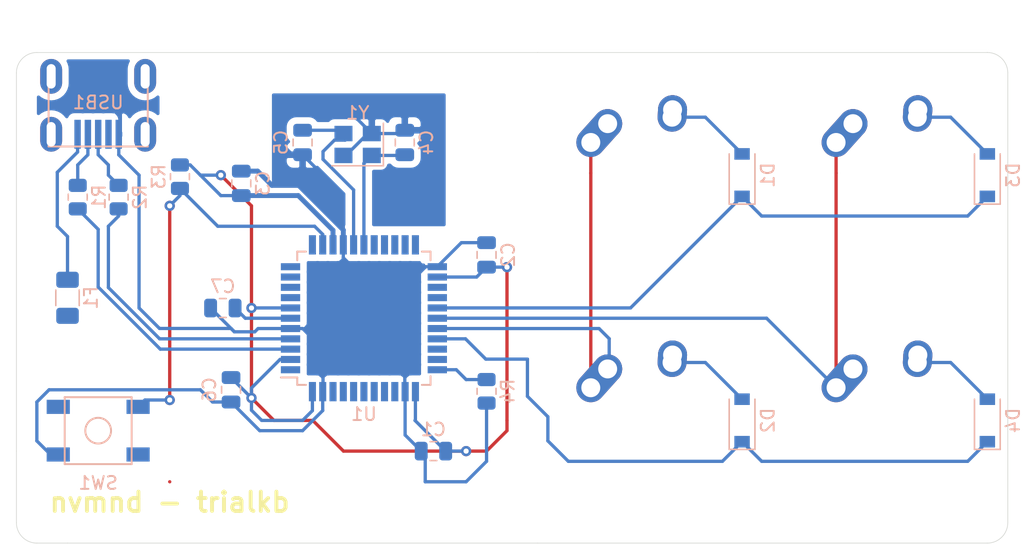
<source format=kicad_pcb>
(kicad_pcb (version 20171130) (host pcbnew "(5.1.10)-1")

  (general
    (thickness 1.6)
    (drawings 13)
    (tracks 199)
    (zones 0)
    (modules 24)
    (nets 45)
  )

  (page A4)
  (layers
    (0 F.Cu signal)
    (31 B.Cu signal)
    (32 B.Adhes user)
    (33 F.Adhes user)
    (34 B.Paste user)
    (35 F.Paste user)
    (36 B.SilkS user)
    (37 F.SilkS user)
    (38 B.Mask user)
    (39 F.Mask user)
    (40 Dwgs.User user)
    (41 Cmts.User user)
    (42 Eco1.User user)
    (43 Eco2.User user)
    (44 Edge.Cuts user)
    (45 Margin user)
    (46 B.CrtYd user)
    (47 F.CrtYd user)
    (48 B.Fab user)
    (49 F.Fab user)
  )

  (setup
    (last_trace_width 0.254)
    (trace_clearance 0.2)
    (zone_clearance 0.508)
    (zone_45_only no)
    (trace_min 0.2)
    (via_size 0.8)
    (via_drill 0.4)
    (via_min_size 0.4)
    (via_min_drill 0.3)
    (uvia_size 0.3)
    (uvia_drill 0.1)
    (uvias_allowed no)
    (uvia_min_size 0.2)
    (uvia_min_drill 0.1)
    (edge_width 0.05)
    (segment_width 0.2)
    (pcb_text_width 0.3)
    (pcb_text_size 1.5 1.5)
    (mod_edge_width 0.12)
    (mod_text_size 1 1)
    (mod_text_width 0.15)
    (pad_size 1.524 1.524)
    (pad_drill 0.762)
    (pad_to_mask_clearance 0)
    (aux_axis_origin 0 0)
    (visible_elements 7FFFFFFF)
    (pcbplotparams
      (layerselection 0x010f0_ffffffff)
      (usegerberextensions true)
      (usegerberattributes true)
      (usegerberadvancedattributes true)
      (creategerberjobfile false)
      (excludeedgelayer true)
      (linewidth 0.100000)
      (plotframeref false)
      (viasonmask false)
      (mode 1)
      (useauxorigin false)
      (hpglpennumber 1)
      (hpglpenspeed 20)
      (hpglpendiameter 15.000000)
      (psnegative false)
      (psa4output false)
      (plotreference true)
      (plotvalue true)
      (plotinvisibletext false)
      (padsonsilk false)
      (subtractmaskfromsilk true)
      (outputformat 1)
      (mirror false)
      (drillshape 0)
      (scaleselection 1)
      (outputdirectory "Gerbers"))
  )

  (net 0 "")
  (net 1 GND)
  (net 2 +5V)
  (net 3 "Net-(C4-Pad1)")
  (net 4 "Net-(C5-Pad1)")
  (net 5 "Net-(C7-Pad1)")
  (net 6 "Net-(D1-Pad2)")
  (net 7 ROW0)
  (net 8 "Net-(D2-Pad2)")
  (net 9 ROW1)
  (net 10 "Net-(D3-Pad2)")
  (net 11 "Net-(D4-Pad2)")
  (net 12 VCC)
  (net 13 COL0)
  (net 14 COL1)
  (net 15 D-)
  (net 16 "Net-(R1-Pad1)")
  (net 17 D+)
  (net 18 "Net-(R2-Pad1)")
  (net 19 "Net-(R3-Pad2)")
  (net 20 "Net-(R4-Pad2)")
  (net 21 "Net-(U1-Pad42)")
  (net 22 "Net-(U1-Pad41)")
  (net 23 "Net-(U1-Pad40)")
  (net 24 "Net-(U1-Pad39)")
  (net 25 "Net-(U1-Pad38)")
  (net 26 "Net-(U1-Pad37)")
  (net 27 "Net-(U1-Pad36)")
  (net 28 "Net-(U1-Pad32)")
  (net 29 "Net-(U1-Pad31)")
  (net 30 "Net-(U1-Pad26)")
  (net 31 "Net-(U1-Pad25)")
  (net 32 "Net-(U1-Pad22)")
  (net 33 "Net-(U1-Pad21)")
  (net 34 "Net-(U1-Pad20)")
  (net 35 "Net-(U1-Pad19)")
  (net 36 "Net-(U1-Pad18)")
  (net 37 "Net-(U1-Pad12)")
  (net 38 "Net-(U1-Pad11)")
  (net 39 "Net-(U1-Pad10)")
  (net 40 "Net-(U1-Pad9)")
  (net 41 "Net-(U1-Pad8)")
  (net 42 "Net-(U1-Pad1)")
  (net 43 "Net-(USB1-Pad6)")
  (net 44 "Net-(USB1-Pad2)")

  (net_class Default "This is the default net class."
    (clearance 0.2)
    (trace_width 0.254)
    (via_dia 0.8)
    (via_drill 0.4)
    (uvia_dia 0.3)
    (uvia_drill 0.1)
    (add_net COL0)
    (add_net COL1)
    (add_net D+)
    (add_net D-)
    (add_net "Net-(C4-Pad1)")
    (add_net "Net-(C5-Pad1)")
    (add_net "Net-(C7-Pad1)")
    (add_net "Net-(D1-Pad2)")
    (add_net "Net-(D2-Pad2)")
    (add_net "Net-(D3-Pad2)")
    (add_net "Net-(D4-Pad2)")
    (add_net "Net-(R1-Pad1)")
    (add_net "Net-(R2-Pad1)")
    (add_net "Net-(R3-Pad2)")
    (add_net "Net-(R4-Pad2)")
    (add_net "Net-(U1-Pad1)")
    (add_net "Net-(U1-Pad10)")
    (add_net "Net-(U1-Pad11)")
    (add_net "Net-(U1-Pad12)")
    (add_net "Net-(U1-Pad18)")
    (add_net "Net-(U1-Pad19)")
    (add_net "Net-(U1-Pad20)")
    (add_net "Net-(U1-Pad21)")
    (add_net "Net-(U1-Pad22)")
    (add_net "Net-(U1-Pad25)")
    (add_net "Net-(U1-Pad26)")
    (add_net "Net-(U1-Pad31)")
    (add_net "Net-(U1-Pad32)")
    (add_net "Net-(U1-Pad36)")
    (add_net "Net-(U1-Pad37)")
    (add_net "Net-(U1-Pad38)")
    (add_net "Net-(U1-Pad39)")
    (add_net "Net-(U1-Pad40)")
    (add_net "Net-(U1-Pad41)")
    (add_net "Net-(U1-Pad42)")
    (add_net "Net-(U1-Pad8)")
    (add_net "Net-(U1-Pad9)")
    (add_net "Net-(USB1-Pad2)")
    (add_net "Net-(USB1-Pad6)")
    (add_net ROW0)
    (add_net ROW1)
  )

  (net_class Power ""
    (clearance 0.2)
    (trace_width 0.254)
    (via_dia 0.8)
    (via_drill 0.4)
    (uvia_dia 0.3)
    (uvia_drill 0.1)
    (add_net +5V)
    (add_net GND)
    (add_net VCC)
  )

  (module random-keyboard-parts:SKQG-1155865 (layer B.Cu) (tedit 5E62B398) (tstamp 6137AB5A)
    (at 30.95625 75.40625 180)
    (path /613A52DB)
    (attr smd)
    (fp_text reference SW1 (at 0 -4.064) (layer B.SilkS)
      (effects (font (size 1 1) (thickness 0.15)) (justify mirror))
    )
    (fp_text value SW_Push (at 0 4.064) (layer B.Fab)
      (effects (font (size 1 1) (thickness 0.15)) (justify mirror))
    )
    (fp_line (start -2.6 2.6) (end 2.6 2.6) (layer B.SilkS) (width 0.15))
    (fp_line (start 2.6 2.6) (end 2.6 -2.6) (layer B.SilkS) (width 0.15))
    (fp_line (start 2.6 -2.6) (end -2.6 -2.6) (layer B.SilkS) (width 0.15))
    (fp_line (start -2.6 -2.6) (end -2.6 2.6) (layer B.SilkS) (width 0.15))
    (fp_circle (center 0 0) (end 1 0) (layer B.SilkS) (width 0.15))
    (fp_line (start -4.2 2.6) (end 4.2 2.6) (layer B.Fab) (width 0.15))
    (fp_line (start 4.2 2.6) (end 4.2 1.2) (layer B.Fab) (width 0.15))
    (fp_line (start 4.2 1.1) (end 2.6 1.1) (layer B.Fab) (width 0.15))
    (fp_line (start 2.6 1.1) (end 2.6 -1.1) (layer B.Fab) (width 0.15))
    (fp_line (start 2.6 -1.1) (end 4.2 -1.1) (layer B.Fab) (width 0.15))
    (fp_line (start 4.2 -1.1) (end 4.2 -2.6) (layer B.Fab) (width 0.15))
    (fp_line (start 4.2 -2.6) (end -4.2 -2.6) (layer B.Fab) (width 0.15))
    (fp_line (start -4.2 -2.6) (end -4.2 -1.1) (layer B.Fab) (width 0.15))
    (fp_line (start -4.2 -1.1) (end -2.6 -1.1) (layer B.Fab) (width 0.15))
    (fp_line (start -2.6 -1.1) (end -2.6 1.1) (layer B.Fab) (width 0.15))
    (fp_line (start -2.6 1.1) (end -4.2 1.1) (layer B.Fab) (width 0.15))
    (fp_line (start -4.2 1.1) (end -4.2 2.6) (layer B.Fab) (width 0.15))
    (fp_circle (center 0 0) (end 1 0) (layer B.Fab) (width 0.15))
    (fp_line (start -2.6 1.1) (end -1.1 2.6) (layer B.Fab) (width 0.15))
    (fp_line (start 2.6 1.1) (end 1.1 2.6) (layer B.Fab) (width 0.15))
    (fp_line (start 2.6 -1.1) (end 1.1 -2.6) (layer B.Fab) (width 0.15))
    (fp_line (start -2.6 -1.1) (end -1.1 -2.6) (layer B.Fab) (width 0.15))
    (pad 4 smd rect (at -3.1 -1.85 180) (size 1.8 1.1) (layers B.Cu B.Paste B.Mask))
    (pad 3 smd rect (at 3.1 1.85 180) (size 1.8 1.1) (layers B.Cu B.Paste B.Mask))
    (pad 2 smd rect (at -3.1 1.85 180) (size 1.8 1.1) (layers B.Cu B.Paste B.Mask)
      (net 19 "Net-(R3-Pad2)"))
    (pad 1 smd rect (at 3.1 -1.85 180) (size 1.8 1.1) (layers B.Cu B.Paste B.Mask)
      (net 1 GND))
    (model ${KISYS3DMOD}/Button_Switch_SMD.3dshapes/SW_SPST_TL3342.step
      (at (xyz 0 0 0))
      (scale (xyz 1 1 1))
      (rotate (xyz 0 0 0))
    )
  )

  (module MX_Alps_Hybrid:MX-1U-NoLED (layer F.Cu) (tedit 5A9F5203) (tstamp 613754EB)
    (at 73.025 74.6125)
    (path /613C485A)
    (fp_text reference MX2 (at 0 3.175) (layer Dwgs.User)
      (effects (font (size 1 1) (thickness 0.15)))
    )
    (fp_text value MX-NoLED (at 0 -7.9375) (layer Dwgs.User)
      (effects (font (size 1 1) (thickness 0.15)))
    )
    (fp_line (start -9.525 9.525) (end -9.525 -9.525) (layer Dwgs.User) (width 0.15))
    (fp_line (start 9.525 9.525) (end -9.525 9.525) (layer Dwgs.User) (width 0.15))
    (fp_line (start 9.525 -9.525) (end 9.525 9.525) (layer Dwgs.User) (width 0.15))
    (fp_line (start -9.525 -9.525) (end 9.525 -9.525) (layer Dwgs.User) (width 0.15))
    (fp_line (start -7 -7) (end -7 -5) (layer Dwgs.User) (width 0.15))
    (fp_line (start -5 -7) (end -7 -7) (layer Dwgs.User) (width 0.15))
    (fp_line (start -7 7) (end -5 7) (layer Dwgs.User) (width 0.15))
    (fp_line (start -7 5) (end -7 7) (layer Dwgs.User) (width 0.15))
    (fp_line (start 7 7) (end 7 5) (layer Dwgs.User) (width 0.15))
    (fp_line (start 5 7) (end 7 7) (layer Dwgs.User) (width 0.15))
    (fp_line (start 7 -7) (end 7 -5) (layer Dwgs.User) (width 0.15))
    (fp_line (start 5 -7) (end 7 -7) (layer Dwgs.User) (width 0.15))
    (pad "" np_thru_hole circle (at 5.08 0 48.0996) (size 1.75 1.75) (drill 1.75) (layers *.Cu *.Mask))
    (pad "" np_thru_hole circle (at -5.08 0 48.0996) (size 1.75 1.75) (drill 1.75) (layers *.Cu *.Mask))
    (pad 1 thru_hole circle (at -2.5 -4) (size 2.25 2.25) (drill 1.47) (layers *.Cu B.Mask)
      (net 13 COL0))
    (pad "" np_thru_hole circle (at 0 0) (size 3.9878 3.9878) (drill 3.9878) (layers *.Cu *.Mask))
    (pad 1 thru_hole oval (at -3.81 -2.54 48.0996) (size 4.211556 2.25) (drill 1.47 (offset 0.980778 0)) (layers *.Cu B.Mask)
      (net 13 COL0))
    (pad 2 thru_hole circle (at 2.54 -5.08) (size 2.25 2.25) (drill 1.47) (layers *.Cu B.Mask)
      (net 8 "Net-(D2-Pad2)"))
    (pad 2 thru_hole oval (at 2.5 -4.5 86.0548) (size 2.831378 2.25) (drill 1.47 (offset 0.290689 0)) (layers *.Cu B.Mask)
      (net 8 "Net-(D2-Pad2)"))
  )

  (module Crystal:Crystal_SMD_3225-4Pin_3.2x2.5mm (layer B.Cu) (tedit 5A0FD1B2) (tstamp 613755E8)
    (at 51.10625 53.18125 180)
    (descr "SMD Crystal SERIES SMD3225/4 http://www.txccrystal.com/images/pdf/7m-accuracy.pdf, 3.2x2.5mm^2 package")
    (tags "SMD SMT crystal")
    (path /6138F214)
    (attr smd)
    (fp_text reference Y1 (at 0 2.45) (layer B.SilkS)
      (effects (font (size 1 1) (thickness 0.15)) (justify mirror))
    )
    (fp_text value 16MHz (at 0 -2.45) (layer B.Fab)
      (effects (font (size 1 1) (thickness 0.15)) (justify mirror))
    )
    (fp_line (start 2.1 1.7) (end -2.1 1.7) (layer B.CrtYd) (width 0.05))
    (fp_line (start 2.1 -1.7) (end 2.1 1.7) (layer B.CrtYd) (width 0.05))
    (fp_line (start -2.1 -1.7) (end 2.1 -1.7) (layer B.CrtYd) (width 0.05))
    (fp_line (start -2.1 1.7) (end -2.1 -1.7) (layer B.CrtYd) (width 0.05))
    (fp_line (start -2 -1.65) (end 2 -1.65) (layer B.SilkS) (width 0.12))
    (fp_line (start -2 1.65) (end -2 -1.65) (layer B.SilkS) (width 0.12))
    (fp_line (start -1.6 -0.25) (end -0.6 -1.25) (layer B.Fab) (width 0.1))
    (fp_line (start 1.6 1.25) (end -1.6 1.25) (layer B.Fab) (width 0.1))
    (fp_line (start 1.6 -1.25) (end 1.6 1.25) (layer B.Fab) (width 0.1))
    (fp_line (start -1.6 -1.25) (end 1.6 -1.25) (layer B.Fab) (width 0.1))
    (fp_line (start -1.6 1.25) (end -1.6 -1.25) (layer B.Fab) (width 0.1))
    (fp_text user %R (at 0 0) (layer B.Fab)
      (effects (font (size 0.7 0.7) (thickness 0.105)) (justify mirror))
    )
    (pad 4 smd rect (at -1.1 0.85 180) (size 1.4 1.2) (layers B.Cu B.Paste B.Mask)
      (net 1 GND))
    (pad 3 smd rect (at 1.1 0.85 180) (size 1.4 1.2) (layers B.Cu B.Paste B.Mask)
      (net 4 "Net-(C5-Pad1)"))
    (pad 2 smd rect (at 1.1 -0.85 180) (size 1.4 1.2) (layers B.Cu B.Paste B.Mask)
      (net 1 GND))
    (pad 1 smd rect (at -1.1 -0.85 180) (size 1.4 1.2) (layers B.Cu B.Paste B.Mask)
      (net 3 "Net-(C4-Pad1)"))
    (model ${KISYS3DMOD}/Crystal.3dshapes/Crystal_SMD_3225-4Pin_3.2x2.5mm.wrl
      (at (xyz 0 0 0))
      (scale (xyz 1 1 1))
      (rotate (xyz 0 0 0))
    )
  )

  (module random-keyboard-parts:Molex-0548190589 (layer B.Cu) (tedit 5C494815) (tstamp 6137DF1D)
    (at 30.95625 47.8875 270)
    (path /613AF454)
    (attr smd)
    (fp_text reference USB1 (at 2.032 0 180) (layer B.SilkS)
      (effects (font (size 1 1) (thickness 0.15)) (justify mirror))
    )
    (fp_text value Molex-0548190589 (at -5.08 0 180) (layer Dwgs.User)
      (effects (font (size 1 1) (thickness 0.15)))
    )
    (fp_line (start 3.25 1.25) (end 5.5 1.25) (layer B.CrtYd) (width 0.15))
    (fp_line (start 5.5 0.5) (end 3.25 0.5) (layer B.CrtYd) (width 0.15))
    (fp_line (start 3.25 -0.5) (end 5.5 -0.5) (layer B.CrtYd) (width 0.15))
    (fp_line (start 5.5 -1.25) (end 3.25 -1.25) (layer B.CrtYd) (width 0.15))
    (fp_line (start 3.25 -2) (end 5.5 -2) (layer B.CrtYd) (width 0.15))
    (fp_line (start 3.25 2) (end 3.25 -2) (layer B.CrtYd) (width 0.15))
    (fp_line (start 5.5 2) (end 3.25 2) (layer B.CrtYd) (width 0.15))
    (fp_line (start -3.75 -3.75) (end -3.75 3.75) (layer B.CrtYd) (width 0.15))
    (fp_line (start 5.5 -3.75) (end -3.75 -3.75) (layer B.CrtYd) (width 0.15))
    (fp_line (start 5.5 3.75) (end 5.5 -3.75) (layer B.CrtYd) (width 0.15))
    (fp_line (start -3.75 3.75) (end 5.5 3.75) (layer B.CrtYd) (width 0.15))
    (fp_line (start 0 3.85) (end 5.45 3.85) (layer B.SilkS) (width 0.15))
    (fp_line (start 0 -3.85) (end 5.45 -3.85) (layer B.SilkS) (width 0.15))
    (fp_line (start 5.45 3.85) (end 5.45 -3.85) (layer B.SilkS) (width 0.15))
    (fp_line (start -3.75 3.85) (end 0 3.85) (layer Dwgs.User) (width 0.15))
    (fp_line (start -3.75 -3.85) (end 0 -3.85) (layer Dwgs.User) (width 0.15))
    (fp_line (start -1.75 4.572) (end -1.75 -4.572) (layer Dwgs.User) (width 0.15))
    (fp_line (start -3.75 3.85) (end -3.75 -3.85) (layer Dwgs.User) (width 0.15))
    (fp_text user %R (at 2 0 180) (layer B.CrtYd)
      (effects (font (size 1 1) (thickness 0.15)) (justify mirror))
    )
    (pad 6 thru_hole oval (at 0 3.65 270) (size 2.7 1.7) (drill oval 1.9 0.7) (layers *.Cu *.Mask)
      (net 43 "Net-(USB1-Pad6)"))
    (pad 6 thru_hole oval (at 0 -3.65 270) (size 2.7 1.7) (drill oval 1.9 0.7) (layers *.Cu *.Mask)
      (net 43 "Net-(USB1-Pad6)"))
    (pad 6 thru_hole oval (at 4.5 -3.65 270) (size 2.7 1.7) (drill oval 1.9 0.7) (layers *.Cu *.Mask)
      (net 43 "Net-(USB1-Pad6)"))
    (pad 6 thru_hole oval (at 4.5 3.65 270) (size 2.7 1.7) (drill oval 1.9 0.7) (layers *.Cu *.Mask)
      (net 43 "Net-(USB1-Pad6)"))
    (pad 5 smd rect (at 4.5 1.6 270) (size 2.25 0.5) (layers B.Cu B.Paste B.Mask)
      (net 12 VCC))
    (pad 4 smd rect (at 4.5 0.8 270) (size 2.25 0.5) (layers B.Cu B.Paste B.Mask)
      (net 15 D-))
    (pad 3 smd rect (at 4.5 0 270) (size 2.25 0.5) (layers B.Cu B.Paste B.Mask)
      (net 17 D+))
    (pad 2 smd rect (at 4.5 -0.8 270) (size 2.25 0.5) (layers B.Cu B.Paste B.Mask)
      (net 44 "Net-(USB1-Pad2)"))
    (pad 1 smd rect (at 4.5 -1.6 270) (size 2.25 0.5) (layers B.Cu B.Paste B.Mask)
      (net 1 GND))
  )

  (module Package_QFP:TQFP-44_10x10mm_P0.8mm (layer B.Cu) (tedit 5A02F146) (tstamp 613755B4)
    (at 51.59375 66.675)
    (descr "44-Lead Plastic Thin Quad Flatpack (PT) - 10x10x1.0 mm Body [TQFP] (see Microchip Packaging Specification 00000049BS.pdf)")
    (tags "QFP 0.8")
    (path /6136EE29)
    (attr smd)
    (fp_text reference U1 (at 0 7.45) (layer B.SilkS)
      (effects (font (size 1 1) (thickness 0.15)) (justify mirror))
    )
    (fp_text value ATmega32U4-AU (at 0 -7.45) (layer B.Fab)
      (effects (font (size 1 1) (thickness 0.15)) (justify mirror))
    )
    (fp_line (start -5.175 4.6) (end -6.45 4.6) (layer B.SilkS) (width 0.15))
    (fp_line (start 5.175 5.175) (end 4.5 5.175) (layer B.SilkS) (width 0.15))
    (fp_line (start 5.175 -5.175) (end 4.5 -5.175) (layer B.SilkS) (width 0.15))
    (fp_line (start -5.175 -5.175) (end -4.5 -5.175) (layer B.SilkS) (width 0.15))
    (fp_line (start -5.175 5.175) (end -4.5 5.175) (layer B.SilkS) (width 0.15))
    (fp_line (start -5.175 -5.175) (end -5.175 -4.5) (layer B.SilkS) (width 0.15))
    (fp_line (start 5.175 -5.175) (end 5.175 -4.5) (layer B.SilkS) (width 0.15))
    (fp_line (start 5.175 5.175) (end 5.175 4.5) (layer B.SilkS) (width 0.15))
    (fp_line (start -5.175 5.175) (end -5.175 4.6) (layer B.SilkS) (width 0.15))
    (fp_line (start -6.7 -6.7) (end 6.7 -6.7) (layer B.CrtYd) (width 0.05))
    (fp_line (start -6.7 6.7) (end 6.7 6.7) (layer B.CrtYd) (width 0.05))
    (fp_line (start 6.7 6.7) (end 6.7 -6.7) (layer B.CrtYd) (width 0.05))
    (fp_line (start -6.7 6.7) (end -6.7 -6.7) (layer B.CrtYd) (width 0.05))
    (fp_line (start -5 4) (end -4 5) (layer B.Fab) (width 0.15))
    (fp_line (start -5 -5) (end -5 4) (layer B.Fab) (width 0.15))
    (fp_line (start 5 -5) (end -5 -5) (layer B.Fab) (width 0.15))
    (fp_line (start 5 5) (end 5 -5) (layer B.Fab) (width 0.15))
    (fp_line (start -4 5) (end 5 5) (layer B.Fab) (width 0.15))
    (fp_text user %R (at 0 0) (layer B.Fab)
      (effects (font (size 1 1) (thickness 0.15)) (justify mirror))
    )
    (pad 44 smd rect (at -4 5.7 270) (size 1.5 0.55) (layers B.Cu B.Paste B.Mask)
      (net 2 +5V))
    (pad 43 smd rect (at -3.2 5.7 270) (size 1.5 0.55) (layers B.Cu B.Paste B.Mask)
      (net 1 GND))
    (pad 42 smd rect (at -2.4 5.7 270) (size 1.5 0.55) (layers B.Cu B.Paste B.Mask)
      (net 21 "Net-(U1-Pad42)"))
    (pad 41 smd rect (at -1.6 5.7 270) (size 1.5 0.55) (layers B.Cu B.Paste B.Mask)
      (net 22 "Net-(U1-Pad41)"))
    (pad 40 smd rect (at -0.8 5.7 270) (size 1.5 0.55) (layers B.Cu B.Paste B.Mask)
      (net 23 "Net-(U1-Pad40)"))
    (pad 39 smd rect (at 0 5.7 270) (size 1.5 0.55) (layers B.Cu B.Paste B.Mask)
      (net 24 "Net-(U1-Pad39)"))
    (pad 38 smd rect (at 0.8 5.7 270) (size 1.5 0.55) (layers B.Cu B.Paste B.Mask)
      (net 25 "Net-(U1-Pad38)"))
    (pad 37 smd rect (at 1.6 5.7 270) (size 1.5 0.55) (layers B.Cu B.Paste B.Mask)
      (net 26 "Net-(U1-Pad37)"))
    (pad 36 smd rect (at 2.4 5.7 270) (size 1.5 0.55) (layers B.Cu B.Paste B.Mask)
      (net 27 "Net-(U1-Pad36)"))
    (pad 35 smd rect (at 3.2 5.7 270) (size 1.5 0.55) (layers B.Cu B.Paste B.Mask)
      (net 1 GND))
    (pad 34 smd rect (at 4 5.7 270) (size 1.5 0.55) (layers B.Cu B.Paste B.Mask)
      (net 2 +5V))
    (pad 33 smd rect (at 5.7 4) (size 1.5 0.55) (layers B.Cu B.Paste B.Mask)
      (net 20 "Net-(R4-Pad2)"))
    (pad 32 smd rect (at 5.7 3.2) (size 1.5 0.55) (layers B.Cu B.Paste B.Mask)
      (net 28 "Net-(U1-Pad32)"))
    (pad 31 smd rect (at 5.7 2.4) (size 1.5 0.55) (layers B.Cu B.Paste B.Mask)
      (net 29 "Net-(U1-Pad31)"))
    (pad 30 smd rect (at 5.7 1.6) (size 1.5 0.55) (layers B.Cu B.Paste B.Mask)
      (net 9 ROW1))
    (pad 29 smd rect (at 5.7 0.8) (size 1.5 0.55) (layers B.Cu B.Paste B.Mask)
      (net 13 COL0))
    (pad 28 smd rect (at 5.7 0) (size 1.5 0.55) (layers B.Cu B.Paste B.Mask)
      (net 14 COL1))
    (pad 27 smd rect (at 5.7 -0.8) (size 1.5 0.55) (layers B.Cu B.Paste B.Mask)
      (net 7 ROW0))
    (pad 26 smd rect (at 5.7 -1.6) (size 1.5 0.55) (layers B.Cu B.Paste B.Mask)
      (net 30 "Net-(U1-Pad26)"))
    (pad 25 smd rect (at 5.7 -2.4) (size 1.5 0.55) (layers B.Cu B.Paste B.Mask)
      (net 31 "Net-(U1-Pad25)"))
    (pad 24 smd rect (at 5.7 -3.2) (size 1.5 0.55) (layers B.Cu B.Paste B.Mask)
      (net 2 +5V))
    (pad 23 smd rect (at 5.7 -4) (size 1.5 0.55) (layers B.Cu B.Paste B.Mask)
      (net 1 GND))
    (pad 22 smd rect (at 4 -5.7 270) (size 1.5 0.55) (layers B.Cu B.Paste B.Mask)
      (net 32 "Net-(U1-Pad22)"))
    (pad 21 smd rect (at 3.2 -5.7 270) (size 1.5 0.55) (layers B.Cu B.Paste B.Mask)
      (net 33 "Net-(U1-Pad21)"))
    (pad 20 smd rect (at 2.4 -5.7 270) (size 1.5 0.55) (layers B.Cu B.Paste B.Mask)
      (net 34 "Net-(U1-Pad20)"))
    (pad 19 smd rect (at 1.6 -5.7 270) (size 1.5 0.55) (layers B.Cu B.Paste B.Mask)
      (net 35 "Net-(U1-Pad19)"))
    (pad 18 smd rect (at 0.8 -5.7 270) (size 1.5 0.55) (layers B.Cu B.Paste B.Mask)
      (net 36 "Net-(U1-Pad18)"))
    (pad 17 smd rect (at 0 -5.7 270) (size 1.5 0.55) (layers B.Cu B.Paste B.Mask)
      (net 3 "Net-(C4-Pad1)"))
    (pad 16 smd rect (at -0.8 -5.7 270) (size 1.5 0.55) (layers B.Cu B.Paste B.Mask)
      (net 4 "Net-(C5-Pad1)"))
    (pad 15 smd rect (at -1.6 -5.7 270) (size 1.5 0.55) (layers B.Cu B.Paste B.Mask)
      (net 1 GND))
    (pad 14 smd rect (at -2.4 -5.7 270) (size 1.5 0.55) (layers B.Cu B.Paste B.Mask)
      (net 2 +5V))
    (pad 13 smd rect (at -3.2 -5.7 270) (size 1.5 0.55) (layers B.Cu B.Paste B.Mask)
      (net 19 "Net-(R3-Pad2)"))
    (pad 12 smd rect (at -4 -5.7 270) (size 1.5 0.55) (layers B.Cu B.Paste B.Mask)
      (net 37 "Net-(U1-Pad12)"))
    (pad 11 smd rect (at -5.7 -4) (size 1.5 0.55) (layers B.Cu B.Paste B.Mask)
      (net 38 "Net-(U1-Pad11)"))
    (pad 10 smd rect (at -5.7 -3.2) (size 1.5 0.55) (layers B.Cu B.Paste B.Mask)
      (net 39 "Net-(U1-Pad10)"))
    (pad 9 smd rect (at -5.7 -2.4) (size 1.5 0.55) (layers B.Cu B.Paste B.Mask)
      (net 40 "Net-(U1-Pad9)"))
    (pad 8 smd rect (at -5.7 -1.6) (size 1.5 0.55) (layers B.Cu B.Paste B.Mask)
      (net 41 "Net-(U1-Pad8)"))
    (pad 7 smd rect (at -5.7 -0.8) (size 1.5 0.55) (layers B.Cu B.Paste B.Mask)
      (net 2 +5V))
    (pad 6 smd rect (at -5.7 0) (size 1.5 0.55) (layers B.Cu B.Paste B.Mask)
      (net 5 "Net-(C7-Pad1)"))
    (pad 5 smd rect (at -5.7 0.8) (size 1.5 0.55) (layers B.Cu B.Paste B.Mask)
      (net 1 GND))
    (pad 4 smd rect (at -5.7 1.6) (size 1.5 0.55) (layers B.Cu B.Paste B.Mask)
      (net 18 "Net-(R2-Pad1)"))
    (pad 3 smd rect (at -5.7 2.4) (size 1.5 0.55) (layers B.Cu B.Paste B.Mask)
      (net 16 "Net-(R1-Pad1)"))
    (pad 2 smd rect (at -5.7 3.2) (size 1.5 0.55) (layers B.Cu B.Paste B.Mask)
      (net 2 +5V))
    (pad 1 smd rect (at -5.7 4) (size 1.5 0.55) (layers B.Cu B.Paste B.Mask)
      (net 42 "Net-(U1-Pad1)"))
    (model ${KISYS3DMOD}/Package_QFP.3dshapes/TQFP-44_10x10mm_P0.8mm.wrl
      (at (xyz 0 0 0))
      (scale (xyz 1 1 1))
      (rotate (xyz 0 0 0))
    )
  )

  (module Resistor_SMD:R_0805_2012Metric (layer B.Cu) (tedit 5F68FEEE) (tstamp 6137555D)
    (at 61.11875 72.35 90)
    (descr "Resistor SMD 0805 (2012 Metric), square (rectangular) end terminal, IPC_7351 nominal, (Body size source: IPC-SM-782 page 72, https://www.pcb-3d.com/wordpress/wp-content/uploads/ipc-sm-782a_amendment_1_and_2.pdf), generated with kicad-footprint-generator")
    (tags resistor)
    (path /6137714F)
    (attr smd)
    (fp_text reference R4 (at 0 1.65 90) (layer B.SilkS)
      (effects (font (size 1 1) (thickness 0.15)) (justify mirror))
    )
    (fp_text value 10k (at 0 -1.65 90) (layer B.Fab)
      (effects (font (size 1 1) (thickness 0.15)) (justify mirror))
    )
    (fp_line (start 1.68 -0.95) (end -1.68 -0.95) (layer B.CrtYd) (width 0.05))
    (fp_line (start 1.68 0.95) (end 1.68 -0.95) (layer B.CrtYd) (width 0.05))
    (fp_line (start -1.68 0.95) (end 1.68 0.95) (layer B.CrtYd) (width 0.05))
    (fp_line (start -1.68 -0.95) (end -1.68 0.95) (layer B.CrtYd) (width 0.05))
    (fp_line (start -0.227064 -0.735) (end 0.227064 -0.735) (layer B.SilkS) (width 0.12))
    (fp_line (start -0.227064 0.735) (end 0.227064 0.735) (layer B.SilkS) (width 0.12))
    (fp_line (start 1 -0.625) (end -1 -0.625) (layer B.Fab) (width 0.1))
    (fp_line (start 1 0.625) (end 1 -0.625) (layer B.Fab) (width 0.1))
    (fp_line (start -1 0.625) (end 1 0.625) (layer B.Fab) (width 0.1))
    (fp_line (start -1 -0.625) (end -1 0.625) (layer B.Fab) (width 0.1))
    (fp_text user %R (at 0 0 90) (layer B.Fab)
      (effects (font (size 0.5 0.5) (thickness 0.08)) (justify mirror))
    )
    (pad 2 smd roundrect (at 0.9125 0 90) (size 1.025 1.4) (layers B.Cu B.Paste B.Mask) (roundrect_rratio 0.2439014634146341)
      (net 20 "Net-(R4-Pad2)"))
    (pad 1 smd roundrect (at -0.9125 0 90) (size 1.025 1.4) (layers B.Cu B.Paste B.Mask) (roundrect_rratio 0.2439014634146341)
      (net 1 GND))
    (model ${KISYS3DMOD}/Resistor_SMD.3dshapes/R_0805_2012Metric.wrl
      (at (xyz 0 0 0))
      (scale (xyz 1 1 1))
      (rotate (xyz 0 0 0))
    )
  )

  (module Resistor_SMD:R_0805_2012Metric (layer B.Cu) (tedit 5F68FEEE) (tstamp 6137ACF2)
    (at 37.30625 55.68125 270)
    (descr "Resistor SMD 0805 (2012 Metric), square (rectangular) end terminal, IPC_7351 nominal, (Body size source: IPC-SM-782 page 72, https://www.pcb-3d.com/wordpress/wp-content/uploads/ipc-sm-782a_amendment_1_and_2.pdf), generated with kicad-footprint-generator")
    (tags resistor)
    (path /613A846B)
    (attr smd)
    (fp_text reference R3 (at 0 1.65 90) (layer B.SilkS)
      (effects (font (size 1 1) (thickness 0.15)) (justify mirror))
    )
    (fp_text value 10k (at 0 -1.65 90) (layer B.Fab)
      (effects (font (size 1 1) (thickness 0.15)) (justify mirror))
    )
    (fp_line (start 1.68 -0.95) (end -1.68 -0.95) (layer B.CrtYd) (width 0.05))
    (fp_line (start 1.68 0.95) (end 1.68 -0.95) (layer B.CrtYd) (width 0.05))
    (fp_line (start -1.68 0.95) (end 1.68 0.95) (layer B.CrtYd) (width 0.05))
    (fp_line (start -1.68 -0.95) (end -1.68 0.95) (layer B.CrtYd) (width 0.05))
    (fp_line (start -0.227064 -0.735) (end 0.227064 -0.735) (layer B.SilkS) (width 0.12))
    (fp_line (start -0.227064 0.735) (end 0.227064 0.735) (layer B.SilkS) (width 0.12))
    (fp_line (start 1 -0.625) (end -1 -0.625) (layer B.Fab) (width 0.1))
    (fp_line (start 1 0.625) (end 1 -0.625) (layer B.Fab) (width 0.1))
    (fp_line (start -1 0.625) (end 1 0.625) (layer B.Fab) (width 0.1))
    (fp_line (start -1 -0.625) (end -1 0.625) (layer B.Fab) (width 0.1))
    (fp_text user %R (at 0 0 90) (layer B.Fab)
      (effects (font (size 0.5 0.5) (thickness 0.08)) (justify mirror))
    )
    (pad 2 smd roundrect (at 0.9125 0 270) (size 1.025 1.4) (layers B.Cu B.Paste B.Mask) (roundrect_rratio 0.2439014634146341)
      (net 19 "Net-(R3-Pad2)"))
    (pad 1 smd roundrect (at -0.9125 0 270) (size 1.025 1.4) (layers B.Cu B.Paste B.Mask) (roundrect_rratio 0.2439014634146341)
      (net 2 +5V))
    (model ${KISYS3DMOD}/Resistor_SMD.3dshapes/R_0805_2012Metric.wrl
      (at (xyz 0 0 0))
      (scale (xyz 1 1 1))
      (rotate (xyz 0 0 0))
    )
  )

  (module Resistor_SMD:R_0805_2012Metric (layer B.Cu) (tedit 5F68FEEE) (tstamp 6137553B)
    (at 32.54375 57.26875 90)
    (descr "Resistor SMD 0805 (2012 Metric), square (rectangular) end terminal, IPC_7351 nominal, (Body size source: IPC-SM-782 page 72, https://www.pcb-3d.com/wordpress/wp-content/uploads/ipc-sm-782a_amendment_1_and_2.pdf), generated with kicad-footprint-generator")
    (tags resistor)
    (path /6137A3F3)
    (attr smd)
    (fp_text reference R2 (at 0 1.65 90) (layer B.SilkS)
      (effects (font (size 1 1) (thickness 0.15)) (justify mirror))
    )
    (fp_text value 22 (at 0 -1.65 90) (layer B.Fab)
      (effects (font (size 1 1) (thickness 0.15)) (justify mirror))
    )
    (fp_line (start 1.68 -0.95) (end -1.68 -0.95) (layer B.CrtYd) (width 0.05))
    (fp_line (start 1.68 0.95) (end 1.68 -0.95) (layer B.CrtYd) (width 0.05))
    (fp_line (start -1.68 0.95) (end 1.68 0.95) (layer B.CrtYd) (width 0.05))
    (fp_line (start -1.68 -0.95) (end -1.68 0.95) (layer B.CrtYd) (width 0.05))
    (fp_line (start -0.227064 -0.735) (end 0.227064 -0.735) (layer B.SilkS) (width 0.12))
    (fp_line (start -0.227064 0.735) (end 0.227064 0.735) (layer B.SilkS) (width 0.12))
    (fp_line (start 1 -0.625) (end -1 -0.625) (layer B.Fab) (width 0.1))
    (fp_line (start 1 0.625) (end 1 -0.625) (layer B.Fab) (width 0.1))
    (fp_line (start -1 0.625) (end 1 0.625) (layer B.Fab) (width 0.1))
    (fp_line (start -1 -0.625) (end -1 0.625) (layer B.Fab) (width 0.1))
    (fp_text user %R (at 0 0 90) (layer B.Fab)
      (effects (font (size 0.5 0.5) (thickness 0.08)) (justify mirror))
    )
    (pad 2 smd roundrect (at 0.9125 0 90) (size 1.025 1.4) (layers B.Cu B.Paste B.Mask) (roundrect_rratio 0.2439014634146341)
      (net 17 D+))
    (pad 1 smd roundrect (at -0.9125 0 90) (size 1.025 1.4) (layers B.Cu B.Paste B.Mask) (roundrect_rratio 0.2439014634146341)
      (net 18 "Net-(R2-Pad1)"))
    (model ${KISYS3DMOD}/Resistor_SMD.3dshapes/R_0805_2012Metric.wrl
      (at (xyz 0 0 0))
      (scale (xyz 1 1 1))
      (rotate (xyz 0 0 0))
    )
  )

  (module Resistor_SMD:R_0805_2012Metric (layer B.Cu) (tedit 5F68FEEE) (tstamp 6137552A)
    (at 29.36875 57.26875 90)
    (descr "Resistor SMD 0805 (2012 Metric), square (rectangular) end terminal, IPC_7351 nominal, (Body size source: IPC-SM-782 page 72, https://www.pcb-3d.com/wordpress/wp-content/uploads/ipc-sm-782a_amendment_1_and_2.pdf), generated with kicad-footprint-generator")
    (tags resistor)
    (path /6137A8F3)
    (attr smd)
    (fp_text reference R1 (at 0 1.65 90) (layer B.SilkS)
      (effects (font (size 1 1) (thickness 0.15)) (justify mirror))
    )
    (fp_text value 22 (at 0 -1.65 90) (layer B.Fab)
      (effects (font (size 1 1) (thickness 0.15)) (justify mirror))
    )
    (fp_line (start 1.68 -0.95) (end -1.68 -0.95) (layer B.CrtYd) (width 0.05))
    (fp_line (start 1.68 0.95) (end 1.68 -0.95) (layer B.CrtYd) (width 0.05))
    (fp_line (start -1.68 0.95) (end 1.68 0.95) (layer B.CrtYd) (width 0.05))
    (fp_line (start -1.68 -0.95) (end -1.68 0.95) (layer B.CrtYd) (width 0.05))
    (fp_line (start -0.227064 -0.735) (end 0.227064 -0.735) (layer B.SilkS) (width 0.12))
    (fp_line (start -0.227064 0.735) (end 0.227064 0.735) (layer B.SilkS) (width 0.12))
    (fp_line (start 1 -0.625) (end -1 -0.625) (layer B.Fab) (width 0.1))
    (fp_line (start 1 0.625) (end 1 -0.625) (layer B.Fab) (width 0.1))
    (fp_line (start -1 0.625) (end 1 0.625) (layer B.Fab) (width 0.1))
    (fp_line (start -1 -0.625) (end -1 0.625) (layer B.Fab) (width 0.1))
    (fp_text user %R (at 0 0 90) (layer B.Fab)
      (effects (font (size 0.5 0.5) (thickness 0.08)) (justify mirror))
    )
    (pad 2 smd roundrect (at 0.9125 0 90) (size 1.025 1.4) (layers B.Cu B.Paste B.Mask) (roundrect_rratio 0.2439014634146341)
      (net 15 D-))
    (pad 1 smd roundrect (at -0.9125 0 90) (size 1.025 1.4) (layers B.Cu B.Paste B.Mask) (roundrect_rratio 0.2439014634146341)
      (net 16 "Net-(R1-Pad1)"))
    (model ${KISYS3DMOD}/Resistor_SMD.3dshapes/R_0805_2012Metric.wrl
      (at (xyz 0 0 0))
      (scale (xyz 1 1 1))
      (rotate (xyz 0 0 0))
    )
  )

  (module MX_Alps_Hybrid:MX-1U-NoLED (layer F.Cu) (tedit 5A9F5203) (tstamp 61375519)
    (at 92.075 74.6125)
    (path /613C6406)
    (fp_text reference MX4 (at 0 3.175) (layer Dwgs.User)
      (effects (font (size 1 1) (thickness 0.15)))
    )
    (fp_text value MX-NoLED (at 0 -7.9375) (layer Dwgs.User)
      (effects (font (size 1 1) (thickness 0.15)))
    )
    (fp_line (start -9.525 9.525) (end -9.525 -9.525) (layer Dwgs.User) (width 0.15))
    (fp_line (start 9.525 9.525) (end -9.525 9.525) (layer Dwgs.User) (width 0.15))
    (fp_line (start 9.525 -9.525) (end 9.525 9.525) (layer Dwgs.User) (width 0.15))
    (fp_line (start -9.525 -9.525) (end 9.525 -9.525) (layer Dwgs.User) (width 0.15))
    (fp_line (start -7 -7) (end -7 -5) (layer Dwgs.User) (width 0.15))
    (fp_line (start -5 -7) (end -7 -7) (layer Dwgs.User) (width 0.15))
    (fp_line (start -7 7) (end -5 7) (layer Dwgs.User) (width 0.15))
    (fp_line (start -7 5) (end -7 7) (layer Dwgs.User) (width 0.15))
    (fp_line (start 7 7) (end 7 5) (layer Dwgs.User) (width 0.15))
    (fp_line (start 5 7) (end 7 7) (layer Dwgs.User) (width 0.15))
    (fp_line (start 7 -7) (end 7 -5) (layer Dwgs.User) (width 0.15))
    (fp_line (start 5 -7) (end 7 -7) (layer Dwgs.User) (width 0.15))
    (pad "" np_thru_hole circle (at 5.08 0 48.0996) (size 1.75 1.75) (drill 1.75) (layers *.Cu *.Mask))
    (pad "" np_thru_hole circle (at -5.08 0 48.0996) (size 1.75 1.75) (drill 1.75) (layers *.Cu *.Mask))
    (pad 1 thru_hole circle (at -2.5 -4) (size 2.25 2.25) (drill 1.47) (layers *.Cu B.Mask)
      (net 14 COL1))
    (pad "" np_thru_hole circle (at 0 0) (size 3.9878 3.9878) (drill 3.9878) (layers *.Cu *.Mask))
    (pad 1 thru_hole oval (at -3.81 -2.54 48.0996) (size 4.211556 2.25) (drill 1.47 (offset 0.980778 0)) (layers *.Cu B.Mask)
      (net 14 COL1))
    (pad 2 thru_hole circle (at 2.54 -5.08) (size 2.25 2.25) (drill 1.47) (layers *.Cu B.Mask)
      (net 11 "Net-(D4-Pad2)"))
    (pad 2 thru_hole oval (at 2.5 -4.5 86.0548) (size 2.831378 2.25) (drill 1.47 (offset 0.290689 0)) (layers *.Cu B.Mask)
      (net 11 "Net-(D4-Pad2)"))
  )

  (module MX_Alps_Hybrid:MX-1U-NoLED (layer F.Cu) (tedit 5A9F5203) (tstamp 61375502)
    (at 92.075 55.5625)
    (path /613C2812)
    (fp_text reference MX3 (at 0 3.175) (layer Dwgs.User)
      (effects (font (size 1 1) (thickness 0.15)))
    )
    (fp_text value MX-NoLED (at 0 -7.9375) (layer Dwgs.User)
      (effects (font (size 1 1) (thickness 0.15)))
    )
    (fp_line (start -9.525 9.525) (end -9.525 -9.525) (layer Dwgs.User) (width 0.15))
    (fp_line (start 9.525 9.525) (end -9.525 9.525) (layer Dwgs.User) (width 0.15))
    (fp_line (start 9.525 -9.525) (end 9.525 9.525) (layer Dwgs.User) (width 0.15))
    (fp_line (start -9.525 -9.525) (end 9.525 -9.525) (layer Dwgs.User) (width 0.15))
    (fp_line (start -7 -7) (end -7 -5) (layer Dwgs.User) (width 0.15))
    (fp_line (start -5 -7) (end -7 -7) (layer Dwgs.User) (width 0.15))
    (fp_line (start -7 7) (end -5 7) (layer Dwgs.User) (width 0.15))
    (fp_line (start -7 5) (end -7 7) (layer Dwgs.User) (width 0.15))
    (fp_line (start 7 7) (end 7 5) (layer Dwgs.User) (width 0.15))
    (fp_line (start 5 7) (end 7 7) (layer Dwgs.User) (width 0.15))
    (fp_line (start 7 -7) (end 7 -5) (layer Dwgs.User) (width 0.15))
    (fp_line (start 5 -7) (end 7 -7) (layer Dwgs.User) (width 0.15))
    (pad "" np_thru_hole circle (at 5.08 0 48.0996) (size 1.75 1.75) (drill 1.75) (layers *.Cu *.Mask))
    (pad "" np_thru_hole circle (at -5.08 0 48.0996) (size 1.75 1.75) (drill 1.75) (layers *.Cu *.Mask))
    (pad 1 thru_hole circle (at -2.5 -4) (size 2.25 2.25) (drill 1.47) (layers *.Cu B.Mask)
      (net 14 COL1))
    (pad "" np_thru_hole circle (at 0 0) (size 3.9878 3.9878) (drill 3.9878) (layers *.Cu *.Mask))
    (pad 1 thru_hole oval (at -3.81 -2.54 48.0996) (size 4.211556 2.25) (drill 1.47 (offset 0.980778 0)) (layers *.Cu B.Mask)
      (net 14 COL1))
    (pad 2 thru_hole circle (at 2.54 -5.08) (size 2.25 2.25) (drill 1.47) (layers *.Cu B.Mask)
      (net 10 "Net-(D3-Pad2)"))
    (pad 2 thru_hole oval (at 2.5 -4.5 86.0548) (size 2.831378 2.25) (drill 1.47 (offset 0.290689 0)) (layers *.Cu B.Mask)
      (net 10 "Net-(D3-Pad2)"))
  )

  (module MX_Alps_Hybrid:MX-1U-NoLED (layer F.Cu) (tedit 5A9F5203) (tstamp 613754D4)
    (at 73.025 55.5625)
    (path /613B8E20)
    (fp_text reference MX1 (at 0 3.175) (layer Dwgs.User)
      (effects (font (size 1 1) (thickness 0.15)))
    )
    (fp_text value MX-NoLED (at 0 -7.9375) (layer Dwgs.User)
      (effects (font (size 1 1) (thickness 0.15)))
    )
    (fp_line (start -9.525 9.525) (end -9.525 -9.525) (layer Dwgs.User) (width 0.15))
    (fp_line (start 9.525 9.525) (end -9.525 9.525) (layer Dwgs.User) (width 0.15))
    (fp_line (start 9.525 -9.525) (end 9.525 9.525) (layer Dwgs.User) (width 0.15))
    (fp_line (start -9.525 -9.525) (end 9.525 -9.525) (layer Dwgs.User) (width 0.15))
    (fp_line (start -7 -7) (end -7 -5) (layer Dwgs.User) (width 0.15))
    (fp_line (start -5 -7) (end -7 -7) (layer Dwgs.User) (width 0.15))
    (fp_line (start -7 7) (end -5 7) (layer Dwgs.User) (width 0.15))
    (fp_line (start -7 5) (end -7 7) (layer Dwgs.User) (width 0.15))
    (fp_line (start 7 7) (end 7 5) (layer Dwgs.User) (width 0.15))
    (fp_line (start 5 7) (end 7 7) (layer Dwgs.User) (width 0.15))
    (fp_line (start 7 -7) (end 7 -5) (layer Dwgs.User) (width 0.15))
    (fp_line (start 5 -7) (end 7 -7) (layer Dwgs.User) (width 0.15))
    (pad "" np_thru_hole circle (at 5.08 0 48.0996) (size 1.75 1.75) (drill 1.75) (layers *.Cu *.Mask))
    (pad "" np_thru_hole circle (at -5.08 0 48.0996) (size 1.75 1.75) (drill 1.75) (layers *.Cu *.Mask))
    (pad 1 thru_hole circle (at -2.5 -4) (size 2.25 2.25) (drill 1.47) (layers *.Cu B.Mask)
      (net 13 COL0))
    (pad "" np_thru_hole circle (at 0 0) (size 3.9878 3.9878) (drill 3.9878) (layers *.Cu *.Mask))
    (pad 1 thru_hole oval (at -3.81 -2.54 48.0996) (size 4.211556 2.25) (drill 1.47 (offset 0.980778 0)) (layers *.Cu B.Mask)
      (net 13 COL0))
    (pad 2 thru_hole circle (at 2.54 -5.08) (size 2.25 2.25) (drill 1.47) (layers *.Cu B.Mask)
      (net 6 "Net-(D1-Pad2)"))
    (pad 2 thru_hole oval (at 2.5 -4.5 86.0548) (size 2.831378 2.25) (drill 1.47 (offset 0.290689 0)) (layers *.Cu B.Mask)
      (net 6 "Net-(D1-Pad2)"))
  )

  (module Fuse:Fuse_1206_3216Metric (layer B.Cu) (tedit 5F68FEF1) (tstamp 613754BD)
    (at 28.575 65.0875 90)
    (descr "Fuse SMD 1206 (3216 Metric), square (rectangular) end terminal, IPC_7351 nominal, (Body size source: http://www.tortai-tech.com/upload/download/2011102023233369053.pdf), generated with kicad-footprint-generator")
    (tags fuse)
    (path /613B04D9)
    (attr smd)
    (fp_text reference F1 (at 0 1.82 90) (layer B.SilkS)
      (effects (font (size 1 1) (thickness 0.15)) (justify mirror))
    )
    (fp_text value 500mA (at 0 -1.82 90) (layer B.Fab)
      (effects (font (size 1 1) (thickness 0.15)) (justify mirror))
    )
    (fp_line (start 2.28 -1.12) (end -2.28 -1.12) (layer B.CrtYd) (width 0.05))
    (fp_line (start 2.28 1.12) (end 2.28 -1.12) (layer B.CrtYd) (width 0.05))
    (fp_line (start -2.28 1.12) (end 2.28 1.12) (layer B.CrtYd) (width 0.05))
    (fp_line (start -2.28 -1.12) (end -2.28 1.12) (layer B.CrtYd) (width 0.05))
    (fp_line (start -0.602064 -0.91) (end 0.602064 -0.91) (layer B.SilkS) (width 0.12))
    (fp_line (start -0.602064 0.91) (end 0.602064 0.91) (layer B.SilkS) (width 0.12))
    (fp_line (start 1.6 -0.8) (end -1.6 -0.8) (layer B.Fab) (width 0.1))
    (fp_line (start 1.6 0.8) (end 1.6 -0.8) (layer B.Fab) (width 0.1))
    (fp_line (start -1.6 0.8) (end 1.6 0.8) (layer B.Fab) (width 0.1))
    (fp_line (start -1.6 -0.8) (end -1.6 0.8) (layer B.Fab) (width 0.1))
    (fp_text user %R (at 0 0 90) (layer B.Fab)
      (effects (font (size 0.8 0.8) (thickness 0.12)) (justify mirror))
    )
    (pad 2 smd roundrect (at 1.4 0 90) (size 1.25 1.75) (layers B.Cu B.Paste B.Mask) (roundrect_rratio 0.2)
      (net 12 VCC))
    (pad 1 smd roundrect (at -1.4 0 90) (size 1.25 1.75) (layers B.Cu B.Paste B.Mask) (roundrect_rratio 0.2)
      (net 2 +5V))
    (model ${KISYS3DMOD}/Fuse.3dshapes/Fuse_1206_3216Metric.wrl
      (at (xyz 0 0 0))
      (scale (xyz 1 1 1))
      (rotate (xyz 0 0 0))
    )
  )

  (module Diode_SMD:D_SOD-123 (layer B.Cu) (tedit 58645DC7) (tstamp 613754AC)
    (at 100.0125 74.6125 90)
    (descr SOD-123)
    (tags SOD-123)
    (path /613C69A8)
    (attr smd)
    (fp_text reference D4 (at 0 2 270) (layer B.SilkS)
      (effects (font (size 1 1) (thickness 0.15)) (justify mirror))
    )
    (fp_text value D_Small (at 0 -2.1 270) (layer B.Fab)
      (effects (font (size 1 1) (thickness 0.15)) (justify mirror))
    )
    (fp_line (start -2.25 1) (end 1.65 1) (layer B.SilkS) (width 0.12))
    (fp_line (start -2.25 -1) (end 1.65 -1) (layer B.SilkS) (width 0.12))
    (fp_line (start -2.35 1.15) (end -2.35 -1.15) (layer B.CrtYd) (width 0.05))
    (fp_line (start 2.35 -1.15) (end -2.35 -1.15) (layer B.CrtYd) (width 0.05))
    (fp_line (start 2.35 1.15) (end 2.35 -1.15) (layer B.CrtYd) (width 0.05))
    (fp_line (start -2.35 1.15) (end 2.35 1.15) (layer B.CrtYd) (width 0.05))
    (fp_line (start -1.4 0.9) (end 1.4 0.9) (layer B.Fab) (width 0.1))
    (fp_line (start 1.4 0.9) (end 1.4 -0.9) (layer B.Fab) (width 0.1))
    (fp_line (start 1.4 -0.9) (end -1.4 -0.9) (layer B.Fab) (width 0.1))
    (fp_line (start -1.4 -0.9) (end -1.4 0.9) (layer B.Fab) (width 0.1))
    (fp_line (start -0.75 0) (end -0.35 0) (layer B.Fab) (width 0.1))
    (fp_line (start -0.35 0) (end -0.35 0.55) (layer B.Fab) (width 0.1))
    (fp_line (start -0.35 0) (end -0.35 -0.55) (layer B.Fab) (width 0.1))
    (fp_line (start -0.35 0) (end 0.25 0.4) (layer B.Fab) (width 0.1))
    (fp_line (start 0.25 0.4) (end 0.25 -0.4) (layer B.Fab) (width 0.1))
    (fp_line (start 0.25 -0.4) (end -0.35 0) (layer B.Fab) (width 0.1))
    (fp_line (start 0.25 0) (end 0.75 0) (layer B.Fab) (width 0.1))
    (fp_line (start -2.25 1) (end -2.25 -1) (layer B.SilkS) (width 0.12))
    (fp_text user %R (at 0 2 270) (layer B.Fab)
      (effects (font (size 1 1) (thickness 0.15)) (justify mirror))
    )
    (pad 2 smd rect (at 1.65 0 90) (size 0.9 1.2) (layers B.Cu B.Paste B.Mask)
      (net 11 "Net-(D4-Pad2)"))
    (pad 1 smd rect (at -1.65 0 90) (size 0.9 1.2) (layers B.Cu B.Paste B.Mask)
      (net 9 ROW1))
    (model ${KISYS3DMOD}/Diode_SMD.3dshapes/D_SOD-123.wrl
      (at (xyz 0 0 0))
      (scale (xyz 1 1 1))
      (rotate (xyz 0 0 0))
    )
  )

  (module Diode_SMD:D_SOD-123 (layer B.Cu) (tedit 58645DC7) (tstamp 61375493)
    (at 100.0125 55.5625 90)
    (descr SOD-123)
    (tags SOD-123)
    (path /613C2EB8)
    (attr smd)
    (fp_text reference D3 (at 0 2 270) (layer B.SilkS)
      (effects (font (size 1 1) (thickness 0.15)) (justify mirror))
    )
    (fp_text value D_Small (at 0 -2.1 270) (layer B.Fab)
      (effects (font (size 1 1) (thickness 0.15)) (justify mirror))
    )
    (fp_line (start -2.25 1) (end 1.65 1) (layer B.SilkS) (width 0.12))
    (fp_line (start -2.25 -1) (end 1.65 -1) (layer B.SilkS) (width 0.12))
    (fp_line (start -2.35 1.15) (end -2.35 -1.15) (layer B.CrtYd) (width 0.05))
    (fp_line (start 2.35 -1.15) (end -2.35 -1.15) (layer B.CrtYd) (width 0.05))
    (fp_line (start 2.35 1.15) (end 2.35 -1.15) (layer B.CrtYd) (width 0.05))
    (fp_line (start -2.35 1.15) (end 2.35 1.15) (layer B.CrtYd) (width 0.05))
    (fp_line (start -1.4 0.9) (end 1.4 0.9) (layer B.Fab) (width 0.1))
    (fp_line (start 1.4 0.9) (end 1.4 -0.9) (layer B.Fab) (width 0.1))
    (fp_line (start 1.4 -0.9) (end -1.4 -0.9) (layer B.Fab) (width 0.1))
    (fp_line (start -1.4 -0.9) (end -1.4 0.9) (layer B.Fab) (width 0.1))
    (fp_line (start -0.75 0) (end -0.35 0) (layer B.Fab) (width 0.1))
    (fp_line (start -0.35 0) (end -0.35 0.55) (layer B.Fab) (width 0.1))
    (fp_line (start -0.35 0) (end -0.35 -0.55) (layer B.Fab) (width 0.1))
    (fp_line (start -0.35 0) (end 0.25 0.4) (layer B.Fab) (width 0.1))
    (fp_line (start 0.25 0.4) (end 0.25 -0.4) (layer B.Fab) (width 0.1))
    (fp_line (start 0.25 -0.4) (end -0.35 0) (layer B.Fab) (width 0.1))
    (fp_line (start 0.25 0) (end 0.75 0) (layer B.Fab) (width 0.1))
    (fp_line (start -2.25 1) (end -2.25 -1) (layer B.SilkS) (width 0.12))
    (fp_text user %R (at 0 2 270) (layer B.Fab)
      (effects (font (size 1 1) (thickness 0.15)) (justify mirror))
    )
    (pad 2 smd rect (at 1.65 0 90) (size 0.9 1.2) (layers B.Cu B.Paste B.Mask)
      (net 10 "Net-(D3-Pad2)"))
    (pad 1 smd rect (at -1.65 0 90) (size 0.9 1.2) (layers B.Cu B.Paste B.Mask)
      (net 7 ROW0))
    (model ${KISYS3DMOD}/Diode_SMD.3dshapes/D_SOD-123.wrl
      (at (xyz 0 0 0))
      (scale (xyz 1 1 1))
      (rotate (xyz 0 0 0))
    )
  )

  (module Diode_SMD:D_SOD-123 (layer B.Cu) (tedit 58645DC7) (tstamp 6137547A)
    (at 80.9625 74.6125 90)
    (descr SOD-123)
    (tags SOD-123)
    (path /613C4FF0)
    (attr smd)
    (fp_text reference D2 (at 0 2 270) (layer B.SilkS)
      (effects (font (size 1 1) (thickness 0.15)) (justify mirror))
    )
    (fp_text value D_Small (at 0 -2.1 270) (layer B.Fab)
      (effects (font (size 1 1) (thickness 0.15)) (justify mirror))
    )
    (fp_line (start -2.25 1) (end 1.65 1) (layer B.SilkS) (width 0.12))
    (fp_line (start -2.25 -1) (end 1.65 -1) (layer B.SilkS) (width 0.12))
    (fp_line (start -2.35 1.15) (end -2.35 -1.15) (layer B.CrtYd) (width 0.05))
    (fp_line (start 2.35 -1.15) (end -2.35 -1.15) (layer B.CrtYd) (width 0.05))
    (fp_line (start 2.35 1.15) (end 2.35 -1.15) (layer B.CrtYd) (width 0.05))
    (fp_line (start -2.35 1.15) (end 2.35 1.15) (layer B.CrtYd) (width 0.05))
    (fp_line (start -1.4 0.9) (end 1.4 0.9) (layer B.Fab) (width 0.1))
    (fp_line (start 1.4 0.9) (end 1.4 -0.9) (layer B.Fab) (width 0.1))
    (fp_line (start 1.4 -0.9) (end -1.4 -0.9) (layer B.Fab) (width 0.1))
    (fp_line (start -1.4 -0.9) (end -1.4 0.9) (layer B.Fab) (width 0.1))
    (fp_line (start -0.75 0) (end -0.35 0) (layer B.Fab) (width 0.1))
    (fp_line (start -0.35 0) (end -0.35 0.55) (layer B.Fab) (width 0.1))
    (fp_line (start -0.35 0) (end -0.35 -0.55) (layer B.Fab) (width 0.1))
    (fp_line (start -0.35 0) (end 0.25 0.4) (layer B.Fab) (width 0.1))
    (fp_line (start 0.25 0.4) (end 0.25 -0.4) (layer B.Fab) (width 0.1))
    (fp_line (start 0.25 -0.4) (end -0.35 0) (layer B.Fab) (width 0.1))
    (fp_line (start 0.25 0) (end 0.75 0) (layer B.Fab) (width 0.1))
    (fp_line (start -2.25 1) (end -2.25 -1) (layer B.SilkS) (width 0.12))
    (fp_text user %R (at 0 2 270) (layer B.Fab)
      (effects (font (size 1 1) (thickness 0.15)) (justify mirror))
    )
    (pad 2 smd rect (at 1.65 0 90) (size 0.9 1.2) (layers B.Cu B.Paste B.Mask)
      (net 8 "Net-(D2-Pad2)"))
    (pad 1 smd rect (at -1.65 0 90) (size 0.9 1.2) (layers B.Cu B.Paste B.Mask)
      (net 9 ROW1))
    (model ${KISYS3DMOD}/Diode_SMD.3dshapes/D_SOD-123.wrl
      (at (xyz 0 0 0))
      (scale (xyz 1 1 1))
      (rotate (xyz 0 0 0))
    )
  )

  (module Diode_SMD:D_SOD-123 (layer B.Cu) (tedit 58645DC7) (tstamp 61375461)
    (at 80.9625 55.5625 90)
    (descr SOD-123)
    (tags SOD-123)
    (path /613B9EF8)
    (attr smd)
    (fp_text reference D1 (at 0 2 270) (layer B.SilkS)
      (effects (font (size 1 1) (thickness 0.15)) (justify mirror))
    )
    (fp_text value SOD-123 (at 0 -2.1 270) (layer B.Fab)
      (effects (font (size 1 1) (thickness 0.15)) (justify mirror))
    )
    (fp_line (start -2.25 1) (end 1.65 1) (layer B.SilkS) (width 0.12))
    (fp_line (start -2.25 -1) (end 1.65 -1) (layer B.SilkS) (width 0.12))
    (fp_line (start -2.35 1.15) (end -2.35 -1.15) (layer B.CrtYd) (width 0.05))
    (fp_line (start 2.35 -1.15) (end -2.35 -1.15) (layer B.CrtYd) (width 0.05))
    (fp_line (start 2.35 1.15) (end 2.35 -1.15) (layer B.CrtYd) (width 0.05))
    (fp_line (start -2.35 1.15) (end 2.35 1.15) (layer B.CrtYd) (width 0.05))
    (fp_line (start -1.4 0.9) (end 1.4 0.9) (layer B.Fab) (width 0.1))
    (fp_line (start 1.4 0.9) (end 1.4 -0.9) (layer B.Fab) (width 0.1))
    (fp_line (start 1.4 -0.9) (end -1.4 -0.9) (layer B.Fab) (width 0.1))
    (fp_line (start -1.4 -0.9) (end -1.4 0.9) (layer B.Fab) (width 0.1))
    (fp_line (start -0.75 0) (end -0.35 0) (layer B.Fab) (width 0.1))
    (fp_line (start -0.35 0) (end -0.35 0.55) (layer B.Fab) (width 0.1))
    (fp_line (start -0.35 0) (end -0.35 -0.55) (layer B.Fab) (width 0.1))
    (fp_line (start -0.35 0) (end 0.25 0.4) (layer B.Fab) (width 0.1))
    (fp_line (start 0.25 0.4) (end 0.25 -0.4) (layer B.Fab) (width 0.1))
    (fp_line (start 0.25 -0.4) (end -0.35 0) (layer B.Fab) (width 0.1))
    (fp_line (start 0.25 0) (end 0.75 0) (layer B.Fab) (width 0.1))
    (fp_line (start -2.25 1) (end -2.25 -1) (layer B.SilkS) (width 0.12))
    (fp_text user %R (at 0 2 270) (layer B.Fab)
      (effects (font (size 1 1) (thickness 0.15)) (justify mirror))
    )
    (pad 2 smd rect (at 1.65 0 90) (size 0.9 1.2) (layers B.Cu B.Paste B.Mask)
      (net 6 "Net-(D1-Pad2)"))
    (pad 1 smd rect (at -1.65 0 90) (size 0.9 1.2) (layers B.Cu B.Paste B.Mask)
      (net 7 ROW0))
    (model ${KISYS3DMOD}/Diode_SMD.3dshapes/D_SOD-123.wrl
      (at (xyz 0 0 0))
      (scale (xyz 1 1 1))
      (rotate (xyz 0 0 0))
    )
  )

  (module Capacitor_SMD:C_0805_2012Metric (layer B.Cu) (tedit 5F68FEEE) (tstamp 61375448)
    (at 40.6375 65.88125 180)
    (descr "Capacitor SMD 0805 (2012 Metric), square (rectangular) end terminal, IPC_7351 nominal, (Body size source: IPC-SM-782 page 76, https://www.pcb-3d.com/wordpress/wp-content/uploads/ipc-sm-782a_amendment_1_and_2.pdf, https://docs.google.com/spreadsheets/d/1BsfQQcO9C6DZCsRaXUlFlo91Tg2WpOkGARC1WS5S8t0/edit?usp=sharing), generated with kicad-footprint-generator")
    (tags capacitor)
    (path /6137C338)
    (attr smd)
    (fp_text reference C7 (at 0 1.68) (layer B.SilkS)
      (effects (font (size 1 1) (thickness 0.15)) (justify mirror))
    )
    (fp_text value 1uF (at 0 -1.68) (layer B.Fab)
      (effects (font (size 1 1) (thickness 0.15)) (justify mirror))
    )
    (fp_line (start 1.7 -0.98) (end -1.7 -0.98) (layer B.CrtYd) (width 0.05))
    (fp_line (start 1.7 0.98) (end 1.7 -0.98) (layer B.CrtYd) (width 0.05))
    (fp_line (start -1.7 0.98) (end 1.7 0.98) (layer B.CrtYd) (width 0.05))
    (fp_line (start -1.7 -0.98) (end -1.7 0.98) (layer B.CrtYd) (width 0.05))
    (fp_line (start -0.261252 -0.735) (end 0.261252 -0.735) (layer B.SilkS) (width 0.12))
    (fp_line (start -0.261252 0.735) (end 0.261252 0.735) (layer B.SilkS) (width 0.12))
    (fp_line (start 1 -0.625) (end -1 -0.625) (layer B.Fab) (width 0.1))
    (fp_line (start 1 0.625) (end 1 -0.625) (layer B.Fab) (width 0.1))
    (fp_line (start -1 0.625) (end 1 0.625) (layer B.Fab) (width 0.1))
    (fp_line (start -1 -0.625) (end -1 0.625) (layer B.Fab) (width 0.1))
    (fp_text user %R (at 0 0) (layer B.Fab)
      (effects (font (size 0.5 0.5) (thickness 0.08)) (justify mirror))
    )
    (pad 2 smd roundrect (at 0.95 0 180) (size 1 1.45) (layers B.Cu B.Paste B.Mask) (roundrect_rratio 0.25)
      (net 1 GND))
    (pad 1 smd roundrect (at -0.95 0 180) (size 1 1.45) (layers B.Cu B.Paste B.Mask) (roundrect_rratio 0.25)
      (net 5 "Net-(C7-Pad1)"))
    (model ${KISYS3DMOD}/Capacitor_SMD.3dshapes/C_0805_2012Metric.wrl
      (at (xyz 0 0 0))
      (scale (xyz 1 1 1))
      (rotate (xyz 0 0 0))
    )
  )

  (module Capacitor_SMD:C_0805_2012Metric (layer B.Cu) (tedit 5F68FEEE) (tstamp 613776B3)
    (at 41.275 72.23125 270)
    (descr "Capacitor SMD 0805 (2012 Metric), square (rectangular) end terminal, IPC_7351 nominal, (Body size source: IPC-SM-782 page 76, https://www.pcb-3d.com/wordpress/wp-content/uploads/ipc-sm-782a_amendment_1_and_2.pdf, https://docs.google.com/spreadsheets/d/1BsfQQcO9C6DZCsRaXUlFlo91Tg2WpOkGARC1WS5S8t0/edit?usp=sharing), generated with kicad-footprint-generator")
    (tags capacitor)
    (path /6137E36F)
    (attr smd)
    (fp_text reference C6 (at 0 1.68 90) (layer B.SilkS)
      (effects (font (size 1 1) (thickness 0.15)) (justify mirror))
    )
    (fp_text value 10uF (at 0 -1.68 90) (layer F.Fab)
      (effects (font (size 1 1) (thickness 0.15)))
    )
    (fp_line (start 1.7 -0.98) (end -1.7 -0.98) (layer B.CrtYd) (width 0.05))
    (fp_line (start 1.7 0.98) (end 1.7 -0.98) (layer B.CrtYd) (width 0.05))
    (fp_line (start -1.7 0.98) (end 1.7 0.98) (layer B.CrtYd) (width 0.05))
    (fp_line (start -1.7 -0.98) (end -1.7 0.98) (layer B.CrtYd) (width 0.05))
    (fp_line (start -0.261252 -0.735) (end 0.261252 -0.735) (layer B.SilkS) (width 0.12))
    (fp_line (start -0.261252 0.735) (end 0.261252 0.735) (layer B.SilkS) (width 0.12))
    (fp_line (start 1 -0.625) (end -1 -0.625) (layer B.Fab) (width 0.1))
    (fp_line (start 1 0.625) (end 1 -0.625) (layer B.Fab) (width 0.1))
    (fp_line (start -1 0.625) (end 1 0.625) (layer B.Fab) (width 0.1))
    (fp_line (start -1 -0.625) (end -1 0.625) (layer B.Fab) (width 0.1))
    (fp_text user %R (at 0 0 90) (layer B.Fab)
      (effects (font (size 0.5 0.5) (thickness 0.08)) (justify mirror))
    )
    (pad 2 smd roundrect (at 0.95 0 270) (size 1 1.45) (layers B.Cu B.Paste B.Mask) (roundrect_rratio 0.25)
      (net 1 GND))
    (pad 1 smd roundrect (at -0.95 0 270) (size 1 1.45) (layers B.Cu B.Paste B.Mask) (roundrect_rratio 0.25)
      (net 2 +5V))
    (model ${KISYS3DMOD}/Capacitor_SMD.3dshapes/C_0805_2012Metric.wrl
      (at (xyz 0 0 0))
      (scale (xyz 1 1 1))
      (rotate (xyz 0 0 0))
    )
  )

  (module Capacitor_SMD:C_0805_2012Metric (layer B.Cu) (tedit 5F68FEEE) (tstamp 613765CE)
    (at 46.83125 53.025 270)
    (descr "Capacitor SMD 0805 (2012 Metric), square (rectangular) end terminal, IPC_7351 nominal, (Body size source: IPC-SM-782 page 76, https://www.pcb-3d.com/wordpress/wp-content/uploads/ipc-sm-782a_amendment_1_and_2.pdf, https://docs.google.com/spreadsheets/d/1BsfQQcO9C6DZCsRaXUlFlo91Tg2WpOkGARC1WS5S8t0/edit?usp=sharing), generated with kicad-footprint-generator")
    (tags capacitor)
    (path /61394970)
    (attr smd)
    (fp_text reference C5 (at 0 1.68 270) (layer B.SilkS)
      (effects (font (size 1 1) (thickness 0.15)) (justify mirror))
    )
    (fp_text value 22pF (at 0 -1.68 270) (layer B.Fab)
      (effects (font (size 1 1) (thickness 0.15)) (justify mirror))
    )
    (fp_line (start 1.7 -0.98) (end -1.7 -0.98) (layer B.CrtYd) (width 0.05))
    (fp_line (start 1.7 0.98) (end 1.7 -0.98) (layer B.CrtYd) (width 0.05))
    (fp_line (start -1.7 0.98) (end 1.7 0.98) (layer B.CrtYd) (width 0.05))
    (fp_line (start -1.7 -0.98) (end -1.7 0.98) (layer B.CrtYd) (width 0.05))
    (fp_line (start -0.261252 -0.735) (end 0.261252 -0.735) (layer B.SilkS) (width 0.12))
    (fp_line (start -0.261252 0.735) (end 0.261252 0.735) (layer B.SilkS) (width 0.12))
    (fp_line (start 1 -0.625) (end -1 -0.625) (layer B.Fab) (width 0.1))
    (fp_line (start 1 0.625) (end 1 -0.625) (layer B.Fab) (width 0.1))
    (fp_line (start -1 0.625) (end 1 0.625) (layer B.Fab) (width 0.1))
    (fp_line (start -1 -0.625) (end -1 0.625) (layer B.Fab) (width 0.1))
    (fp_text user %R (at 0 0 270) (layer B.Fab)
      (effects (font (size 0.5 0.5) (thickness 0.08)) (justify mirror))
    )
    (pad 2 smd roundrect (at 0.95 0 270) (size 1 1.45) (layers B.Cu B.Paste B.Mask) (roundrect_rratio 0.25)
      (net 1 GND))
    (pad 1 smd roundrect (at -0.95 0 270) (size 1 1.45) (layers B.Cu B.Paste B.Mask) (roundrect_rratio 0.25)
      (net 4 "Net-(C5-Pad1)"))
    (model ${KISYS3DMOD}/Capacitor_SMD.3dshapes/C_0805_2012Metric.wrl
      (at (xyz 0 0 0))
      (scale (xyz 1 1 1))
      (rotate (xyz 0 0 0))
    )
  )

  (module Capacitor_SMD:C_0805_2012Metric (layer B.Cu) (tedit 5F68FEEE) (tstamp 61375415)
    (at 54.76875 53.025 90)
    (descr "Capacitor SMD 0805 (2012 Metric), square (rectangular) end terminal, IPC_7351 nominal, (Body size source: IPC-SM-782 page 76, https://www.pcb-3d.com/wordpress/wp-content/uploads/ipc-sm-782a_amendment_1_and_2.pdf, https://docs.google.com/spreadsheets/d/1BsfQQcO9C6DZCsRaXUlFlo91Tg2WpOkGARC1WS5S8t0/edit?usp=sharing), generated with kicad-footprint-generator")
    (tags capacitor)
    (path /61393E7C)
    (attr smd)
    (fp_text reference C4 (at 0 1.68 270) (layer B.SilkS)
      (effects (font (size 1 1) (thickness 0.15)) (justify mirror))
    )
    (fp_text value 22pF (at 0 -1.68 270) (layer B.Fab)
      (effects (font (size 1 1) (thickness 0.15)) (justify mirror))
    )
    (fp_line (start 1.7 -0.98) (end -1.7 -0.98) (layer B.CrtYd) (width 0.05))
    (fp_line (start 1.7 0.98) (end 1.7 -0.98) (layer B.CrtYd) (width 0.05))
    (fp_line (start -1.7 0.98) (end 1.7 0.98) (layer B.CrtYd) (width 0.05))
    (fp_line (start -1.7 -0.98) (end -1.7 0.98) (layer B.CrtYd) (width 0.05))
    (fp_line (start -0.261252 -0.735) (end 0.261252 -0.735) (layer B.SilkS) (width 0.12))
    (fp_line (start -0.261252 0.735) (end 0.261252 0.735) (layer B.SilkS) (width 0.12))
    (fp_line (start 1 -0.625) (end -1 -0.625) (layer B.Fab) (width 0.1))
    (fp_line (start 1 0.625) (end 1 -0.625) (layer B.Fab) (width 0.1))
    (fp_line (start -1 0.625) (end 1 0.625) (layer B.Fab) (width 0.1))
    (fp_line (start -1 -0.625) (end -1 0.625) (layer B.Fab) (width 0.1))
    (fp_text user %R (at 0 0 270) (layer B.Fab)
      (effects (font (size 0.5 0.5) (thickness 0.08)) (justify mirror))
    )
    (pad 2 smd roundrect (at 0.95 0 90) (size 1 1.45) (layers B.Cu B.Paste B.Mask) (roundrect_rratio 0.25)
      (net 1 GND))
    (pad 1 smd roundrect (at -0.95 0 90) (size 1 1.45) (layers B.Cu B.Paste B.Mask) (roundrect_rratio 0.25)
      (net 3 "Net-(C4-Pad1)"))
    (model ${KISYS3DMOD}/Capacitor_SMD.3dshapes/C_0805_2012Metric.wrl
      (at (xyz 0 0 0))
      (scale (xyz 1 1 1))
      (rotate (xyz 0 0 0))
    )
  )

  (module Capacitor_SMD:C_0805_2012Metric (layer B.Cu) (tedit 5F68FEEE) (tstamp 61375404)
    (at 42.06875 56.2 90)
    (descr "Capacitor SMD 0805 (2012 Metric), square (rectangular) end terminal, IPC_7351 nominal, (Body size source: IPC-SM-782 page 76, https://www.pcb-3d.com/wordpress/wp-content/uploads/ipc-sm-782a_amendment_1_and_2.pdf, https://docs.google.com/spreadsheets/d/1BsfQQcO9C6DZCsRaXUlFlo91Tg2WpOkGARC1WS5S8t0/edit?usp=sharing), generated with kicad-footprint-generator")
    (tags capacitor)
    (path /6137DCFC)
    (attr smd)
    (fp_text reference C3 (at 0 1.68 -90) (layer B.SilkS)
      (effects (font (size 1 1) (thickness 0.15)) (justify mirror))
    )
    (fp_text value 0.1uF (at 0 -1.68 -90) (layer B.Fab)
      (effects (font (size 1 1) (thickness 0.15)) (justify mirror))
    )
    (fp_line (start -1 -0.625) (end -1 0.625) (layer B.Fab) (width 0.1))
    (fp_line (start -1 0.625) (end 1 0.625) (layer B.Fab) (width 0.1))
    (fp_line (start 1 0.625) (end 1 -0.625) (layer B.Fab) (width 0.1))
    (fp_line (start 1 -0.625) (end -1 -0.625) (layer B.Fab) (width 0.1))
    (fp_line (start -0.261252 0.735) (end 0.261252 0.735) (layer B.SilkS) (width 0.12))
    (fp_line (start -0.261252 -0.735) (end 0.261252 -0.735) (layer B.SilkS) (width 0.12))
    (fp_line (start -1.7 -0.98) (end -1.7 0.98) (layer B.CrtYd) (width 0.05))
    (fp_line (start -1.7 0.98) (end 1.7 0.98) (layer B.CrtYd) (width 0.05))
    (fp_line (start 1.7 0.98) (end 1.7 -0.98) (layer B.CrtYd) (width 0.05))
    (fp_line (start 1.7 -0.98) (end -1.7 -0.98) (layer B.CrtYd) (width 0.05))
    (fp_text user %R (at 0 0 -90) (layer B.Fab)
      (effects (font (size 0.5 0.5) (thickness 0.08)) (justify mirror))
    )
    (pad 1 smd roundrect (at -0.95 0 90) (size 1 1.45) (layers B.Cu B.Paste B.Mask) (roundrect_rratio 0.25)
      (net 2 +5V))
    (pad 2 smd roundrect (at 0.95 0 90) (size 1 1.45) (layers B.Cu B.Paste B.Mask) (roundrect_rratio 0.25)
      (net 1 GND))
    (model ${KISYS3DMOD}/Capacitor_SMD.3dshapes/C_0805_2012Metric.wrl
      (at (xyz 0 0 0))
      (scale (xyz 1 1 1))
      (rotate (xyz 0 0 0))
    )
  )

  (module Capacitor_SMD:C_0805_2012Metric (layer B.Cu) (tedit 5F68FEEE) (tstamp 61375AAB)
    (at 61.11875 61.75625 90)
    (descr "Capacitor SMD 0805 (2012 Metric), square (rectangular) end terminal, IPC_7351 nominal, (Body size source: IPC-SM-782 page 76, https://www.pcb-3d.com/wordpress/wp-content/uploads/ipc-sm-782a_amendment_1_and_2.pdf, https://docs.google.com/spreadsheets/d/1BsfQQcO9C6DZCsRaXUlFlo91Tg2WpOkGARC1WS5S8t0/edit?usp=sharing), generated with kicad-footprint-generator")
    (tags capacitor)
    (path /6137E85D)
    (attr smd)
    (fp_text reference C2 (at 0 1.68 90) (layer B.SilkS)
      (effects (font (size 1 1) (thickness 0.15)) (justify mirror))
    )
    (fp_text value 0.1uF (at 0 -1.68 90) (layer B.Fab)
      (effects (font (size 1 1) (thickness 0.15)) (justify mirror))
    )
    (fp_line (start 1.7 -0.98) (end -1.7 -0.98) (layer B.CrtYd) (width 0.05))
    (fp_line (start 1.7 0.98) (end 1.7 -0.98) (layer B.CrtYd) (width 0.05))
    (fp_line (start -1.7 0.98) (end 1.7 0.98) (layer B.CrtYd) (width 0.05))
    (fp_line (start -1.7 -0.98) (end -1.7 0.98) (layer B.CrtYd) (width 0.05))
    (fp_line (start -0.261252 -0.735) (end 0.261252 -0.735) (layer B.SilkS) (width 0.12))
    (fp_line (start -0.261252 0.735) (end 0.261252 0.735) (layer B.SilkS) (width 0.12))
    (fp_line (start 1 -0.625) (end -1 -0.625) (layer B.Fab) (width 0.1))
    (fp_line (start 1 0.625) (end 1 -0.625) (layer B.Fab) (width 0.1))
    (fp_line (start -1 0.625) (end 1 0.625) (layer B.Fab) (width 0.1))
    (fp_line (start -1 -0.625) (end -1 0.625) (layer B.Fab) (width 0.1))
    (fp_text user %R (at 0 0 90) (layer B.Fab)
      (effects (font (size 0.5 0.5) (thickness 0.08)) (justify mirror))
    )
    (pad 2 smd roundrect (at 0.95 0 90) (size 1 1.45) (layers B.Cu B.Paste B.Mask) (roundrect_rratio 0.25)
      (net 1 GND))
    (pad 1 smd roundrect (at -0.95 0 90) (size 1 1.45) (layers B.Cu B.Paste B.Mask) (roundrect_rratio 0.25)
      (net 2 +5V))
    (model ${KISYS3DMOD}/Capacitor_SMD.3dshapes/C_0805_2012Metric.wrl
      (at (xyz 0 0 0))
      (scale (xyz 1 1 1))
      (rotate (xyz 0 0 0))
    )
  )

  (module Capacitor_SMD:C_0805_2012Metric (layer B.Cu) (tedit 5F68FEEE) (tstamp 613760AF)
    (at 56.99375 76.99375 180)
    (descr "Capacitor SMD 0805 (2012 Metric), square (rectangular) end terminal, IPC_7351 nominal, (Body size source: IPC-SM-782 page 76, https://www.pcb-3d.com/wordpress/wp-content/uploads/ipc-sm-782a_amendment_1_and_2.pdf, https://docs.google.com/spreadsheets/d/1BsfQQcO9C6DZCsRaXUlFlo91Tg2WpOkGARC1WS5S8t0/edit?usp=sharing), generated with kicad-footprint-generator")
    (tags capacitor)
    (path /6137F199)
    (attr smd)
    (fp_text reference C1 (at 0 1.68) (layer B.SilkS)
      (effects (font (size 1 1) (thickness 0.15)) (justify mirror))
    )
    (fp_text value 0.1uF (at 0 -1.68) (layer B.Fab)
      (effects (font (size 1 1) (thickness 0.15)) (justify mirror))
    )
    (fp_line (start 1.7 -0.98) (end -1.7 -0.98) (layer B.CrtYd) (width 0.05))
    (fp_line (start 1.7 0.98) (end 1.7 -0.98) (layer B.CrtYd) (width 0.05))
    (fp_line (start -1.7 0.98) (end 1.7 0.98) (layer B.CrtYd) (width 0.05))
    (fp_line (start -1.7 -0.98) (end -1.7 0.98) (layer B.CrtYd) (width 0.05))
    (fp_line (start -0.261252 -0.735) (end 0.261252 -0.735) (layer B.SilkS) (width 0.12))
    (fp_line (start -0.261252 0.735) (end 0.261252 0.735) (layer B.SilkS) (width 0.12))
    (fp_line (start 1 -0.625) (end -1 -0.625) (layer B.Fab) (width 0.1))
    (fp_line (start 1 0.625) (end 1 -0.625) (layer B.Fab) (width 0.1))
    (fp_line (start -1 0.625) (end 1 0.625) (layer B.Fab) (width 0.1))
    (fp_line (start -1 -0.625) (end -1 0.625) (layer B.Fab) (width 0.1))
    (fp_text user %R (at 0 0) (layer B.Fab)
      (effects (font (size 0.5 0.5) (thickness 0.08)) (justify mirror))
    )
    (pad 2 smd roundrect (at 0.95 0 180) (size 1 1.45) (layers B.Cu B.Paste B.Mask) (roundrect_rratio 0.25)
      (net 1 GND))
    (pad 1 smd roundrect (at -0.95 0 180) (size 1 1.45) (layers B.Cu B.Paste B.Mask) (roundrect_rratio 0.25)
      (net 2 +5V))
    (model ${KISYS3DMOD}/Capacitor_SMD.3dshapes/C_0805_2012Metric.wrl
      (at (xyz 0 0 0))
      (scale (xyz 1 1 1))
      (rotate (xyz 0 0 0))
    )
  )

  (gr_text "nvmnd - trialkb" (at 36.5125 80.9625) (layer F.SilkS)
    (effects (font (size 1.5 1.5) (thickness 0.3)))
  )
  (gr_line (start 24.60625 82.55) (end 24.60625 76.99375) (layer Edge.Cuts) (width 0.05) (tstamp 61377B65))
  (gr_line (start 28.575 84.1375) (end 26.19375 84.1375) (layer Edge.Cuts) (width 0.05) (tstamp 61377B64))
  (gr_arc (start 26.19375 82.55) (end 24.60625 82.55) (angle -90) (layer Edge.Cuts) (width 0.05))
  (gr_line (start 65.0875 84.1375) (end 28.575 84.1375) (layer Edge.Cuts) (width 0.05))
  (gr_line (start 24.60625 47.625) (end 24.60625 76.99375) (layer Edge.Cuts) (width 0.05))
  (gr_arc (start 26.19375 47.625) (end 26.19375 46.0375) (angle -90) (layer Edge.Cuts) (width 0.05))
  (gr_line (start 65.0875 46.0375) (end 26.19375 46.0375) (layer Edge.Cuts) (width 0.05))
  (gr_line (start 100.0125 46.0375) (end 65.0875 46.0375) (layer Edge.Cuts) (width 0.05) (tstamp 6137783B))
  (gr_line (start 100.0125 84.1375) (end 65.0875 84.1375) (layer Edge.Cuts) (width 0.05) (tstamp 61377839))
  (gr_line (start 101.6 47.625) (end 101.6 82.55) (layer Edge.Cuts) (width 0.05) (tstamp 61377838))
  (gr_arc (start 100.0125 82.55) (end 100.0125 84.1375) (angle -90) (layer Edge.Cuts) (width 0.05))
  (gr_arc (start 100.0125 47.625) (end 101.6 47.625) (angle -90) (layer Edge.Cuts) (width 0.05))

  (segment (start 42.06875 55.25) (end 43.34375 55.25) (width 0.381) (layer B.Cu) (net 1))
  (segment (start 43.34375 55.25) (end 44.45 56.35625) (width 0.381) (layer B.Cu) (net 1))
  (segment (start 49.99375 59.822328) (end 49.99375 60.975) (width 0.381) (layer B.Cu) (net 1))
  (segment (start 46.527672 56.35625) (end 49.99375 59.822328) (width 0.381) (layer B.Cu) (net 1))
  (segment (start 44.45 56.35625) (end 46.527672 56.35625) (width 0.381) (layer B.Cu) (net 1))
  (segment (start 50.309152 54.03125) (end 50.00625 54.03125) (width 0.381) (layer B.Cu) (net 1))
  (segment (start 52.20625 52.33125) (end 52.009152 52.33125) (width 0.381) (layer B.Cu) (net 1))
  (segment (start 51.894852 52.33125) (end 52.20625 52.33125) (width 0.254) (layer B.Cu) (net 1))
  (segment (start 50.194852 54.03125) (end 51.894852 52.33125) (width 0.254) (layer B.Cu) (net 1))
  (segment (start 50.00625 54.03125) (end 50.194852 54.03125) (width 0.254) (layer B.Cu) (net 1))
  (segment (start 43.37277 67.475) (end 45.89375 67.475) (width 0.254) (layer B.Cu) (net 1))
  (segment (start 43.12076 67.72701) (end 43.37277 67.475) (width 0.254) (layer B.Cu) (net 1))
  (segment (start 41.53326 67.72701) (end 43.12076 67.72701) (width 0.254) (layer B.Cu) (net 1))
  (segment (start 40.48125 66.675) (end 41.53326 67.72701) (width 0.254) (layer B.Cu) (net 1))
  (segment (start 41.275 67.46875) (end 41.53326 67.72701) (width 0.254) (layer B.Cu) (net 1))
  (segment (start 35.71875 67.46875) (end 41.275 67.46875) (width 0.254) (layer B.Cu) (net 1))
  (segment (start 34.13125 65.88125) (end 35.71875 67.46875) (width 0.254) (layer B.Cu) (net 1))
  (segment (start 34.13125 55.5625) (end 34.13125 65.88125) (width 0.254) (layer B.Cu) (net 1))
  (segment (start 32.55625 53.9875) (end 34.13125 55.5625) (width 0.254) (layer B.Cu) (net 1))
  (segment (start 32.55625 52.3875) (end 32.55625 53.9875) (width 0.254) (layer B.Cu) (net 1))
  (segment (start 40.48125 66.675) (end 39.6875 65.88125) (width 0.254) (layer B.Cu) (net 1))
  (segment (start 49.99375 61.979) (end 52.3085 64.29375) (width 0.254) (layer B.Cu) (net 1))
  (segment (start 49.99375 60.975) (end 49.99375 61.979) (width 0.254) (layer B.Cu) (net 1))
  (segment (start 52.3085 64.29375) (end 54.76875 64.29375) (width 0.254) (layer B.Cu) (net 1))
  (segment (start 56.3875 62.675) (end 57.29375 62.675) (width 0.254) (layer B.Cu) (net 1))
  (segment (start 54.76875 64.29375) (end 56.3875 62.675) (width 0.254) (layer B.Cu) (net 1))
  (segment (start 54.76875 72.35) (end 54.79375 72.375) (width 0.254) (layer B.Cu) (net 1))
  (segment (start 54.76875 64.29375) (end 54.76875 69.05625) (width 0.254) (layer B.Cu) (net 1))
  (segment (start 54.76875 69.05625) (end 48.41875 69.05625) (width 0.254) (layer B.Cu) (net 1))
  (segment (start 54.76875 69.05625) (end 54.76875 72.35) (width 0.254) (layer B.Cu) (net 1))
  (segment (start 48.41875 72.35) (end 48.39375 72.375) (width 0.254) (layer B.Cu) (net 1))
  (segment (start 48.41875 69.05625) (end 48.41875 72.35) (width 0.254) (layer B.Cu) (net 1))
  (segment (start 46.8375 67.475) (end 45.89375 67.475) (width 0.254) (layer B.Cu) (net 1))
  (segment (start 48.41875 69.05625) (end 46.8375 67.475) (width 0.254) (layer B.Cu) (net 1))
  (segment (start 61.11875 73.2625) (end 61.11875 77.7875) (width 0.254) (layer B.Cu) (net 1))
  (segment (start 61.11875 77.7875) (end 59.53125 79.375) (width 0.254) (layer B.Cu) (net 1))
  (segment (start 59.53125 79.375) (end 56.35625 79.375) (width 0.254) (layer B.Cu) (net 1))
  (segment (start 56.35625 77.30625) (end 56.04375 76.99375) (width 0.254) (layer B.Cu) (net 1))
  (segment (start 56.35625 79.375) (end 56.35625 77.30625) (width 0.254) (layer B.Cu) (net 1))
  (segment (start 54.79375 75.74375) (end 54.79375 72.375) (width 0.254) (layer B.Cu) (net 1))
  (segment (start 56.04375 76.99375) (end 54.79375 75.74375) (width 0.254) (layer B.Cu) (net 1))
  (segment (start 59.1625 60.80625) (end 57.29375 62.675) (width 0.254) (layer B.Cu) (net 1))
  (segment (start 61.11875 60.80625) (end 59.1625 60.80625) (width 0.254) (layer B.Cu) (net 1))
  (segment (start 41.275 73.18125) (end 43.5 75.40625) (width 0.254) (layer B.Cu) (net 1))
  (segment (start 43.5 75.40625) (end 46.83125 75.40625) (width 0.254) (layer B.Cu) (net 1))
  (segment (start 48.39375 73.84375) (end 48.39375 72.375) (width 0.254) (layer B.Cu) (net 1))
  (segment (start 46.83125 75.40625) (end 48.39375 73.84375) (width 0.254) (layer B.Cu) (net 1))
  (segment (start 52.2625 52.3875) (end 52.20625 52.33125) (width 0.254) (layer B.Cu) (net 1))
  (segment (start 49.99375 57.1375) (end 49.99375 60.975) (width 0.254) (layer B.Cu) (net 1))
  (segment (start 46.83125 53.975) (end 49.99375 57.1375) (width 0.254) (layer B.Cu) (net 1))
  (segment (start 46.0375 53.975) (end 46.83125 53.975) (width 0.254) (layer B.Cu) (net 1))
  (segment (start 45.24375 53.18125) (end 46.0375 53.975) (width 0.254) (layer B.Cu) (net 1))
  (segment (start 45.24375 51.59375) (end 45.24375 53.18125) (width 0.254) (layer B.Cu) (net 1))
  (segment (start 46.0375 50.8) (end 45.24375 51.59375) (width 0.254) (layer B.Cu) (net 1))
  (segment (start 50.675 50.8) (end 46.0375 50.8) (width 0.254) (layer B.Cu) (net 1))
  (segment (start 52.20625 52.33125) (end 50.675 50.8) (width 0.254) (layer B.Cu) (net 1))
  (segment (start 54.5125 52.33125) (end 54.76875 52.075) (width 0.254) (layer B.Cu) (net 1))
  (segment (start 52.20625 52.33125) (end 54.5125 52.33125) (width 0.254) (layer B.Cu) (net 1))
  (segment (start 27.85625 77.25625) (end 27.25 77.25625) (width 0.254) (layer B.Cu) (net 1))
  (segment (start 27.25 77.25625) (end 26.19375 76.2) (width 0.254) (layer B.Cu) (net 1))
  (segment (start 26.19375 73.180148) (end 27.142648 72.23125) (width 0.254) (layer B.Cu) (net 1))
  (segment (start 26.19375 76.2) (end 26.19375 73.180148) (width 0.254) (layer B.Cu) (net 1))
  (segment (start 27.142648 72.23125) (end 38.89375 72.23125) (width 0.254) (layer B.Cu) (net 1))
  (segment (start 39.84375 73.18125) (end 41.275 73.18125) (width 0.254) (layer B.Cu) (net 1))
  (segment (start 38.89375 72.23125) (end 39.84375 73.18125) (width 0.254) (layer B.Cu) (net 1))
  (segment (start 46.49975 57.15) (end 42.06875 57.15) (width 0.381) (layer B.Cu) (net 2))
  (segment (start 49.19375 59.844) (end 46.49975 57.15) (width 0.381) (layer B.Cu) (net 2))
  (segment (start 49.19375 60.975) (end 49.19375 59.844) (width 0.381) (layer B.Cu) (net 2))
  (segment (start 47.59375 72.375) (end 47.59375 73.05625) (width 0.254) (layer B.Cu) (net 2))
  (segment (start 37.30625 54.76875) (end 38.1 54.76875) (width 0.254) (layer B.Cu) (net 2))
  (segment (start 40.48125 57.15) (end 42.06875 57.15) (width 0.254) (layer B.Cu) (net 2))
  (segment (start 57.94375 76.99375) (end 55.5625 74.6125) (width 0.254) (layer B.Cu) (net 2))
  (segment (start 55.59375 74.58125) (end 55.59375 72.375) (width 0.254) (layer B.Cu) (net 2))
  (segment (start 55.5625 74.6125) (end 55.59375 74.58125) (width 0.254) (layer B.Cu) (net 2))
  (segment (start 60.35 63.475) (end 57.29375 63.475) (width 0.254) (layer B.Cu) (net 2))
  (segment (start 61.11875 62.70625) (end 60.35 63.475) (width 0.254) (layer B.Cu) (net 2))
  (via (at 62.70625 62.70625) (size 0.8) (drill 0.4) (layers F.Cu B.Cu) (net 2))
  (segment (start 61.11875 62.70625) (end 62.70625 62.70625) (width 0.254) (layer B.Cu) (net 2))
  (segment (start 62.70625 62.70625) (end 62.70625 74.6125) (width 0.254) (layer F.Cu) (net 2))
  (segment (start 62.70625 74.6125) (end 62.70625 75.40625) (width 0.254) (layer F.Cu) (net 2))
  (segment (start 62.70625 75.40625) (end 61.11875 76.99375) (width 0.254) (layer F.Cu) (net 2))
  (via (at 59.53125 76.99375) (size 0.8) (drill 0.4) (layers F.Cu B.Cu) (net 2))
  (segment (start 61.11875 76.99375) (end 59.53125 76.99375) (width 0.254) (layer F.Cu) (net 2))
  (segment (start 59.53125 76.99375) (end 57.94375 76.99375) (width 0.254) (layer B.Cu) (net 2))
  (segment (start 41.275 71.28125) (end 42.8625 72.86875) (width 0.254) (layer B.Cu) (net 2))
  (segment (start 42.8625 73.81875) (end 43.65625 74.6125) (width 0.254) (layer B.Cu) (net 2))
  (segment (start 43.65625 74.6125) (end 46.83125 74.6125) (width 0.254) (layer B.Cu) (net 2))
  (segment (start 47.59375 73.85) (end 47.59375 72.375) (width 0.254) (layer B.Cu) (net 2))
  (segment (start 46.83125 74.6125) (end 47.59375 73.85) (width 0.254) (layer B.Cu) (net 2))
  (segment (start 45.080148 69.875) (end 45.89375 69.875) (width 0.254) (layer B.Cu) (net 2))
  (segment (start 42.8625 72.092648) (end 45.080148 69.875) (width 0.254) (layer B.Cu) (net 2))
  (segment (start 42.8625 73.025) (end 42.8625 72.092648) (width 0.254) (layer B.Cu) (net 2))
  (segment (start 42.8625 72.86875) (end 42.8625 73.025) (width 0.254) (layer B.Cu) (net 2))
  (segment (start 42.8625 73.025) (end 42.8625 73.81875) (width 0.254) (layer B.Cu) (net 2))
  (segment (start 44.60625 74.6125) (end 42.8625 72.86875) (width 0.254) (layer F.Cu) (net 2))
  (segment (start 47.625 74.6125) (end 44.60625 74.6125) (width 0.254) (layer F.Cu) (net 2))
  (segment (start 50.00625 76.99375) (end 47.625 74.6125) (width 0.254) (layer F.Cu) (net 2))
  (segment (start 59.53125 76.99375) (end 50.00625 76.99375) (width 0.254) (layer F.Cu) (net 2))
  (via (at 42.8625 72.86875) (size 0.8) (drill 0.4) (layers F.Cu B.Cu) (net 2))
  (segment (start 42.8625 72.86875) (end 42.8625 65.88125) (width 0.254) (layer F.Cu) (net 2))
  (via (at 42.8625 65.88125) (size 0.8) (drill 0.4) (layers F.Cu B.Cu) (net 2))
  (segment (start 42.86875 65.875) (end 42.8625 65.88125) (width 0.254) (layer B.Cu) (net 2))
  (segment (start 45.89375 65.875) (end 42.86875 65.875) (width 0.254) (layer B.Cu) (net 2))
  (segment (start 42.8625 65.88125) (end 42.8625 57.94375) (width 0.254) (layer F.Cu) (net 2))
  (via (at 40.48125 55.5625) (size 0.8) (drill 0.4) (layers F.Cu B.Cu) (net 2))
  (segment (start 42.8625 57.94375) (end 40.48125 55.5625) (width 0.254) (layer F.Cu) (net 2))
  (segment (start 40.48125 55.5625) (end 38.89375 55.5625) (width 0.254) (layer B.Cu) (net 2))
  (segment (start 38.89375 55.5625) (end 40.48125 57.15) (width 0.254) (layer B.Cu) (net 2))
  (segment (start 38.1 54.76875) (end 38.89375 55.5625) (width 0.254) (layer B.Cu) (net 2))
  (segment (start 49.95 52.3875) (end 50.00625 52.33125) (width 0.254) (layer B.Cu) (net 4))
  (segment (start 51.59375 54.64375) (end 51.885217 54.352283) (width 0.254) (layer B.Cu) (net 3))
  (segment (start 51.59375 60.975) (end 51.59375 54.64375) (width 0.254) (layer B.Cu) (net 3))
  (segment (start 52.4625 54.2875) (end 52.20625 54.03125) (width 0.254) (layer B.Cu) (net 3))
  (segment (start 54.7125 54.03125) (end 54.76875 53.975) (width 0.254) (layer B.Cu) (net 3))
  (segment (start 52.20625 54.03125) (end 54.7125 54.03125) (width 0.254) (layer B.Cu) (net 3))
  (segment (start 50.138057 52.84151) (end 50.40401 52.575557) (width 0.254) (layer B.Cu) (net 4))
  (segment (start 49.307388 52.84151) (end 50.138057 52.84151) (width 0.254) (layer B.Cu) (net 4))
  (segment (start 48.41875 53.730148) (end 49.307388 52.84151) (width 0.254) (layer B.Cu) (net 4))
  (segment (start 48.41875 54.332352) (end 48.41875 53.730148) (width 0.254) (layer B.Cu) (net 4))
  (segment (start 50.79375 56.707352) (end 48.41875 54.332352) (width 0.254) (layer B.Cu) (net 4))
  (segment (start 50.40401 52.575557) (end 50.40401 52.575556) (width 0.254) (layer B.Cu) (net 4))
  (segment (start 50.79375 60.975) (end 50.79375 56.707352) (width 0.254) (layer B.Cu) (net 4))
  (segment (start 49.75 52.075) (end 50.00625 52.33125) (width 0.254) (layer B.Cu) (net 4))
  (segment (start 46.83125 52.075) (end 49.75 52.075) (width 0.254) (layer B.Cu) (net 4))
  (segment (start 42.38125 66.675) (end 45.89375 66.675) (width 0.254) (layer B.Cu) (net 5))
  (segment (start 42.38125 66.675) (end 41.5875 65.88125) (width 0.254) (layer B.Cu) (net 5))
  (segment (start 78.1125 51.0625) (end 80.9625 53.9125) (width 0.254) (layer B.Cu) (net 6))
  (segment (start 75.525 51.0625) (end 78.1125 51.0625) (width 0.254) (layer B.Cu) (net 6))
  (segment (start 80.9625 57.2125) (end 82.4875 58.7375) (width 0.254) (layer B.Cu) (net 7))
  (segment (start 98.4875 58.7375) (end 100.0125 57.2125) (width 0.254) (layer B.Cu) (net 7))
  (segment (start 82.4875 58.7375) (end 98.4875 58.7375) (width 0.254) (layer B.Cu) (net 7))
  (segment (start 72.3 65.875) (end 57.29375 65.875) (width 0.254) (layer B.Cu) (net 7))
  (segment (start 80.9625 57.2125) (end 72.3 65.875) (width 0.254) (layer B.Cu) (net 7))
  (segment (start 78.1125 70.1125) (end 80.9625 72.9625) (width 0.254) (layer B.Cu) (net 8))
  (segment (start 75.525 70.1125) (end 78.1125 70.1125) (width 0.254) (layer B.Cu) (net 8))
  (segment (start 80.9625 76.2625) (end 82.4875 77.7875) (width 0.254) (layer B.Cu) (net 9))
  (segment (start 98.4875 77.7875) (end 100.0125 76.2625) (width 0.254) (layer B.Cu) (net 9))
  (segment (start 82.4875 77.7875) (end 98.4875 77.7875) (width 0.254) (layer B.Cu) (net 9))
  (segment (start 59.484768 68.275) (end 61.059768 69.85) (width 0.254) (layer B.Cu) (net 9))
  (segment (start 57.29375 68.275) (end 59.484768 68.275) (width 0.254) (layer B.Cu) (net 9))
  (segment (start 61.059768 69.85) (end 64.29375 69.85) (width 0.254) (layer B.Cu) (net 9))
  (segment (start 64.29375 72.740212) (end 65.88125 74.327712) (width 0.254) (layer B.Cu) (net 9))
  (segment (start 64.29375 69.85) (end 64.29375 72.740212) (width 0.254) (layer B.Cu) (net 9))
  (segment (start 65.88125 74.327712) (end 65.88125 76.2) (width 0.254) (layer B.Cu) (net 9))
  (segment (start 65.88125 76.2) (end 67.46875 77.7875) (width 0.254) (layer B.Cu) (net 9))
  (segment (start 79.4375 77.7875) (end 80.9625 76.2625) (width 0.254) (layer B.Cu) (net 9))
  (segment (start 67.46875 77.7875) (end 79.4375 77.7875) (width 0.254) (layer B.Cu) (net 9))
  (segment (start 97.1625 51.0625) (end 100.0125 53.9125) (width 0.254) (layer B.Cu) (net 10))
  (segment (start 94.575 51.0625) (end 97.1625 51.0625) (width 0.254) (layer B.Cu) (net 10))
  (segment (start 97.1625 70.1125) (end 100.0125 72.9625) (width 0.254) (layer B.Cu) (net 11))
  (segment (start 94.575 70.1125) (end 97.1625 70.1125) (width 0.254) (layer B.Cu) (net 11))
  (segment (start 28.575 63.6875) (end 28.575 60.325) (width 0.254) (layer B.Cu) (net 12))
  (segment (start 28.575 60.325) (end 27.78125 59.53125) (width 0.254) (layer B.Cu) (net 12))
  (segment (start 29.35625 53.7665) (end 29.35625 52.3875) (width 0.254) (layer B.Cu) (net 12))
  (segment (start 27.78125 55.3415) (end 29.35625 53.7665) (width 0.254) (layer B.Cu) (net 12))
  (segment (start 27.78125 59.53125) (end 27.78125 55.3415) (width 0.254) (layer B.Cu) (net 12))
  (segment (start 69.215 55.40375) (end 69.215 72.0725) (width 0.254) (layer F.Cu) (net 13))
  (segment (start 69.215 53.0225) (end 69.215 55.40375) (width 0.254) (layer F.Cu) (net 13))
  (segment (start 69.215 72.0725) (end 69.215 71.59625) (width 0.254) (layer B.Cu) (net 13))
  (segment (start 57.29375 67.475) (end 69.85625 67.475) (width 0.254) (layer B.Cu) (net 13))
  (segment (start 69.85625 67.475) (end 70.64375 68.2625) (width 0.254) (layer B.Cu) (net 13))
  (segment (start 70.64375 70.49375) (end 70.525 70.6125) (width 0.254) (layer B.Cu) (net 13))
  (segment (start 70.64375 68.2625) (end 70.64375 70.49375) (width 0.254) (layer B.Cu) (net 13))
  (segment (start 88.265 55.40375) (end 88.265 72.0725) (width 0.254) (layer F.Cu) (net 14))
  (segment (start 88.265 53.0225) (end 88.265 55.40375) (width 0.254) (layer F.Cu) (net 14))
  (segment (start 82.8675 66.675) (end 88.265 72.0725) (width 0.254) (layer B.Cu) (net 14))
  (segment (start 57.29375 66.675) (end 82.8675 66.675) (width 0.254) (layer B.Cu) (net 14))
  (segment (start 30.15625 52.3875) (end 30.15625 53.98125) (width 0.254) (layer B.Cu) (net 15))
  (segment (start 29.36875 54.76875) (end 29.36875 56.35625) (width 0.254) (layer B.Cu) (net 15))
  (segment (start 30.15625 53.98125) (end 29.36875 54.76875) (width 0.254) (layer B.Cu) (net 15))
  (segment (start 35.778518 69.075) (end 30.95625 64.252732) (width 0.254) (layer B.Cu) (net 16))
  (segment (start 45.89375 69.075) (end 35.778518 69.075) (width 0.254) (layer B.Cu) (net 16))
  (segment (start 30.95625 59.76875) (end 29.36875 58.18125) (width 0.254) (layer B.Cu) (net 16))
  (segment (start 30.95625 64.252732) (end 30.95625 59.76875) (width 0.254) (layer B.Cu) (net 16))
  (segment (start 30.95625 52.3875) (end 30.95625 53.975) (width 0.254) (layer B.Cu) (net 17))
  (segment (start 30.95625 53.975) (end 31.75 54.76875) (width 0.254) (layer B.Cu) (net 17))
  (segment (start 31.75 55.5625) (end 32.54375 56.35625) (width 0.254) (layer B.Cu) (net 17))
  (segment (start 31.75 54.76875) (end 31.75 55.5625) (width 0.254) (layer B.Cu) (net 17))
  (segment (start 32.54375 58.18125) (end 32.54375 58.7375) (width 0.254) (layer B.Cu) (net 18))
  (segment (start 32.54375 58.7375) (end 31.75 59.53125) (width 0.254) (layer B.Cu) (net 18))
  (segment (start 31.75 59.53125) (end 31.75 64.29375) (width 0.254) (layer B.Cu) (net 18))
  (segment (start 35.73125 68.275) (end 45.89375 68.275) (width 0.254) (layer B.Cu) (net 18))
  (segment (start 31.75 64.29375) (end 35.73125 68.275) (width 0.254) (layer B.Cu) (net 18))
  (segment (start 37.30625 56.59375) (end 40.24375 59.53125) (width 0.254) (layer B.Cu) (net 19))
  (segment (start 48.39375 60.161398) (end 48.39375 60.975) (width 0.254) (layer B.Cu) (net 19))
  (segment (start 47.763602 59.53125) (end 48.39375 60.161398) (width 0.254) (layer B.Cu) (net 19))
  (segment (start 40.24375 59.53125) (end 47.763602 59.53125) (width 0.254) (layer B.Cu) (net 19))
  (segment (start 37.30625 56.59375) (end 37.135499 56.422999) (width 0.254) (layer B.Cu) (net 19))
  (via (at 36.5125 57.94375) (size 0.8) (drill 0.4) (layers F.Cu B.Cu) (net 19))
  (segment (start 37.30625 57.15) (end 36.5125 57.94375) (width 0.254) (layer B.Cu) (net 19))
  (segment (start 37.30625 56.59375) (end 37.30625 57.15) (width 0.254) (layer B.Cu) (net 19))
  (segment (start 36.5125 79.374999) (end 36.5125 79.375) (width 0.254) (layer F.Cu) (net 19))
  (via (at 36.5125 73.025) (size 0.8) (drill 0.4) (layers F.Cu B.Cu) (net 19))
  (segment (start 36.5125 57.94375) (end 36.5125 73.025) (width 0.254) (layer F.Cu) (net 19))
  (segment (start 34.5875 73.025) (end 34.05625 73.55625) (width 0.254) (layer B.Cu) (net 19))
  (segment (start 36.5125 73.025) (end 34.5875 73.025) (width 0.254) (layer B.Cu) (net 19))
  (segment (start 61.11875 71.4375) (end 59.53125 71.4375) (width 0.254) (layer B.Cu) (net 20))
  (segment (start 58.76875 70.675) (end 57.29375 70.675) (width 0.254) (layer B.Cu) (net 20))
  (segment (start 59.53125 71.4375) (end 58.76875 70.675) (width 0.254) (layer B.Cu) (net 20))

  (zone (net 1) (net_name GND) (layer B.Cu) (tstamp 6137F899) (hatch edge 0.508)
    (connect_pads (clearance 0.508))
    (min_thickness 0.254)
    (fill yes (arc_segments 32) (thermal_gap 0.508) (thermal_bridge_width 0.508))
    (polygon
      (pts
        (xy 56.35625 71.4375) (xy 46.83125 71.4375) (xy 46.83125 61.9125) (xy 56.35625 61.9125)
      )
    )
    (filled_polygon
      (pts
        (xy 50.067565 62.176185) (xy 50.164256 62.255537) (xy 50.187417 62.267917) (xy 50.2795 62.36) (xy 50.393087 62.350454)
        (xy 50.394268 62.350812) (xy 50.51875 62.363072) (xy 51.06875 62.363072) (xy 51.193232 62.350812) (xy 51.19375 62.350655)
        (xy 51.194268 62.350812) (xy 51.31875 62.363072) (xy 51.86875 62.363072) (xy 51.993232 62.350812) (xy 51.99375 62.350655)
        (xy 51.994268 62.350812) (xy 52.11875 62.363072) (xy 52.66875 62.363072) (xy 52.793232 62.350812) (xy 52.79375 62.350655)
        (xy 52.794268 62.350812) (xy 52.91875 62.363072) (xy 53.46875 62.363072) (xy 53.593232 62.350812) (xy 53.59375 62.350655)
        (xy 53.594268 62.350812) (xy 53.71875 62.363072) (xy 54.26875 62.363072) (xy 54.393232 62.350812) (xy 54.39375 62.350655)
        (xy 54.394268 62.350812) (xy 54.51875 62.363072) (xy 55.06875 62.363072) (xy 55.193232 62.350812) (xy 55.19375 62.350655)
        (xy 55.194268 62.350812) (xy 55.31875 62.363072) (xy 55.86875 62.363072) (xy 55.911302 62.358881) (xy 55.90875 62.38925)
        (xy 56.0675 62.548) (xy 56.22925 62.548) (xy 56.22925 62.648085) (xy 56.189256 62.669463) (xy 56.092565 62.748815)
        (xy 56.013213 62.845506) (xy 56.000833 62.868667) (xy 55.90875 62.96075) (xy 55.918296 63.074337) (xy 55.917938 63.075518)
        (xy 55.905678 63.2) (xy 55.905678 63.75) (xy 55.917938 63.874482) (xy 55.918095 63.875) (xy 55.917938 63.875518)
        (xy 55.905678 64) (xy 55.905678 64.55) (xy 55.917938 64.674482) (xy 55.918095 64.675) (xy 55.917938 64.675518)
        (xy 55.905678 64.8) (xy 55.905678 65.35) (xy 55.917938 65.474482) (xy 55.918095 65.475) (xy 55.917938 65.475518)
        (xy 55.905678 65.6) (xy 55.905678 66.15) (xy 55.917938 66.274482) (xy 55.918095 66.275) (xy 55.917938 66.275518)
        (xy 55.905678 66.4) (xy 55.905678 66.95) (xy 55.917938 67.074482) (xy 55.918095 67.075) (xy 55.917938 67.075518)
        (xy 55.905678 67.2) (xy 55.905678 67.75) (xy 55.917938 67.874482) (xy 55.918095 67.875) (xy 55.917938 67.875518)
        (xy 55.905678 68) (xy 55.905678 68.55) (xy 55.917938 68.674482) (xy 55.918095 68.675) (xy 55.917938 68.675518)
        (xy 55.905678 68.8) (xy 55.905678 69.35) (xy 55.917938 69.474482) (xy 55.918095 69.475) (xy 55.917938 69.475518)
        (xy 55.905678 69.6) (xy 55.905678 70.15) (xy 55.917938 70.274482) (xy 55.918095 70.275) (xy 55.917938 70.275518)
        (xy 55.905678 70.4) (xy 55.905678 70.95) (xy 55.909712 70.990962) (xy 55.86875 70.986928) (xy 55.31875 70.986928)
        (xy 55.194268 70.999188) (xy 55.193087 70.999546) (xy 55.0795 70.99) (xy 54.987417 71.082083) (xy 54.964256 71.094463)
        (xy 54.867565 71.173815) (xy 54.79375 71.263759) (xy 54.719935 71.173815) (xy 54.623244 71.094463) (xy 54.600083 71.082083)
        (xy 54.508 70.99) (xy 54.394413 70.999546) (xy 54.393232 70.999188) (xy 54.26875 70.986928) (xy 53.71875 70.986928)
        (xy 53.594268 70.999188) (xy 53.59375 70.999345) (xy 53.593232 70.999188) (xy 53.46875 70.986928) (xy 52.91875 70.986928)
        (xy 52.794268 70.999188) (xy 52.79375 70.999345) (xy 52.793232 70.999188) (xy 52.66875 70.986928) (xy 52.11875 70.986928)
        (xy 51.994268 70.999188) (xy 51.99375 70.999345) (xy 51.993232 70.999188) (xy 51.86875 70.986928) (xy 51.31875 70.986928)
        (xy 51.194268 70.999188) (xy 51.19375 70.999345) (xy 51.193232 70.999188) (xy 51.06875 70.986928) (xy 50.51875 70.986928)
        (xy 50.394268 70.999188) (xy 50.39375 70.999345) (xy 50.393232 70.999188) (xy 50.26875 70.986928) (xy 49.71875 70.986928)
        (xy 49.594268 70.999188) (xy 49.59375 70.999345) (xy 49.593232 70.999188) (xy 49.46875 70.986928) (xy 48.91875 70.986928)
        (xy 48.794268 70.999188) (xy 48.793087 70.999546) (xy 48.6795 70.99) (xy 48.587417 71.082083) (xy 48.564256 71.094463)
        (xy 48.467565 71.173815) (xy 48.39375 71.263759) (xy 48.319935 71.173815) (xy 48.223244 71.094463) (xy 48.200083 71.082083)
        (xy 48.108 70.99) (xy 47.994413 70.999546) (xy 47.993232 70.999188) (xy 47.86875 70.986928) (xy 47.31875 70.986928)
        (xy 47.277788 70.990962) (xy 47.281822 70.95) (xy 47.281822 70.4) (xy 47.269562 70.275518) (xy 47.269405 70.275)
        (xy 47.269562 70.274482) (xy 47.281822 70.15) (xy 47.281822 69.6) (xy 47.269562 69.475518) (xy 47.269405 69.475)
        (xy 47.269562 69.474482) (xy 47.281822 69.35) (xy 47.281822 68.8) (xy 47.269562 68.675518) (xy 47.269405 68.675)
        (xy 47.269562 68.674482) (xy 47.281822 68.55) (xy 47.281822 68) (xy 47.269562 67.875518) (xy 47.269204 67.874337)
        (xy 47.27875 67.76075) (xy 47.186667 67.668667) (xy 47.174287 67.645506) (xy 47.094935 67.548815) (xy 47.004991 67.475)
        (xy 47.094935 67.401185) (xy 47.174287 67.304494) (xy 47.186667 67.281333) (xy 47.27875 67.18925) (xy 47.269204 67.075663)
        (xy 47.269562 67.074482) (xy 47.281822 66.95) (xy 47.281822 66.4) (xy 47.269562 66.275518) (xy 47.269405 66.275)
        (xy 47.269562 66.274482) (xy 47.281822 66.15) (xy 47.281822 65.6) (xy 47.269562 65.475518) (xy 47.269405 65.475)
        (xy 47.269562 65.474482) (xy 47.281822 65.35) (xy 47.281822 64.8) (xy 47.269562 64.675518) (xy 47.269405 64.675)
        (xy 47.269562 64.674482) (xy 47.281822 64.55) (xy 47.281822 64) (xy 47.269562 63.875518) (xy 47.269405 63.875)
        (xy 47.269562 63.874482) (xy 47.281822 63.75) (xy 47.281822 63.2) (xy 47.269562 63.075518) (xy 47.269405 63.075)
        (xy 47.269562 63.074482) (xy 47.281822 62.95) (xy 47.281822 62.4) (xy 47.277788 62.359038) (xy 47.31875 62.363072)
        (xy 47.86875 62.363072) (xy 47.993232 62.350812) (xy 47.99375 62.350655) (xy 47.994268 62.350812) (xy 48.11875 62.363072)
        (xy 48.66875 62.363072) (xy 48.793232 62.350812) (xy 48.79375 62.350655) (xy 48.794268 62.350812) (xy 48.91875 62.363072)
        (xy 49.46875 62.363072) (xy 49.593232 62.350812) (xy 49.594413 62.350454) (xy 49.708 62.36) (xy 49.800083 62.267917)
        (xy 49.823244 62.255537) (xy 49.919935 62.176185) (xy 49.99375 62.086241)
      )
    )
  )
  (zone (net 1) (net_name GND) (layer B.Cu) (tstamp 6137F896) (hatch edge 0.508)
    (connect_pads (clearance 0.508))
    (min_thickness 0.254)
    (fill yes (arc_segments 32) (thermal_gap 0.508) (thermal_bridge_width 0.508))
    (polygon
      (pts
        (xy 57.94375 59.53125) (xy 44.45 59.53125) (xy 44.45 49.2125) (xy 57.94375 49.2125)
      )
    )
    (filled_polygon
      (pts
        (xy 57.81675 59.40425) (xy 52.35575 59.40425) (xy 52.35575 55.269322) (xy 52.90625 55.269322) (xy 53.030732 55.257062)
        (xy 53.15043 55.220752) (xy 53.260744 55.161787) (xy 53.357435 55.082435) (xy 53.436787 54.985744) (xy 53.495752 54.87543)
        (xy 53.520681 54.79325) (xy 53.616784 54.79325) (xy 53.665788 54.852962) (xy 53.800364 54.963405) (xy 53.9539 55.045472)
        (xy 54.120496 55.096008) (xy 54.29375 55.113072) (xy 55.24375 55.113072) (xy 55.417004 55.096008) (xy 55.5836 55.045472)
        (xy 55.737136 54.963405) (xy 55.871712 54.852962) (xy 55.982155 54.718386) (xy 56.064222 54.56485) (xy 56.114758 54.398254)
        (xy 56.131822 54.225) (xy 56.131822 53.725) (xy 56.114758 53.551746) (xy 56.064222 53.38515) (xy 55.982155 53.231614)
        (xy 55.871712 53.097038) (xy 55.865156 53.091658) (xy 55.944935 53.026185) (xy 56.024287 52.929494) (xy 56.083252 52.81918)
        (xy 56.119562 52.699482) (xy 56.131822 52.575) (xy 56.12875 52.36075) (xy 55.97 52.202) (xy 54.89575 52.202)
        (xy 54.89575 52.222) (xy 54.64175 52.222) (xy 54.64175 52.202) (xy 54.62175 52.202) (xy 54.62175 51.948)
        (xy 54.64175 51.948) (xy 54.64175 51.09875) (xy 54.89575 51.09875) (xy 54.89575 51.948) (xy 55.97 51.948)
        (xy 56.12875 51.78925) (xy 56.131822 51.575) (xy 56.119562 51.450518) (xy 56.083252 51.33082) (xy 56.024287 51.220506)
        (xy 55.944935 51.123815) (xy 55.848244 51.044463) (xy 55.73793 50.985498) (xy 55.618232 50.949188) (xy 55.49375 50.936928)
        (xy 55.0545 50.94) (xy 54.89575 51.09875) (xy 54.64175 51.09875) (xy 54.483 50.94) (xy 54.04375 50.936928)
        (xy 53.919268 50.949188) (xy 53.79957 50.985498) (xy 53.689256 51.044463) (xy 53.592565 51.123815) (xy 53.513213 51.220506)
        (xy 53.454248 51.33082) (xy 53.439037 51.380965) (xy 53.436787 51.376756) (xy 53.357435 51.280065) (xy 53.260744 51.200713)
        (xy 53.15043 51.141748) (xy 53.030732 51.105438) (xy 52.90625 51.093178) (xy 52.492 51.09625) (xy 52.33325 51.255)
        (xy 52.33325 52.20425) (xy 52.35325 52.20425) (xy 52.35325 52.45825) (xy 52.33325 52.45825) (xy 52.33325 52.47825)
        (xy 52.07925 52.47825) (xy 52.07925 52.45825) (xy 52.05925 52.45825) (xy 52.05925 52.20425) (xy 52.07925 52.20425)
        (xy 52.07925 51.255) (xy 51.9205 51.09625) (xy 51.50625 51.093178) (xy 51.381768 51.105438) (xy 51.26207 51.141748)
        (xy 51.151756 51.200713) (xy 51.10625 51.238059) (xy 51.060744 51.200713) (xy 50.95043 51.141748) (xy 50.830732 51.105438)
        (xy 50.70625 51.093178) (xy 49.30625 51.093178) (xy 49.181768 51.105438) (xy 49.06207 51.141748) (xy 48.951756 51.200713)
        (xy 48.855065 51.280065) (xy 48.828036 51.313) (xy 48.029379 51.313) (xy 47.934212 51.197038) (xy 47.799636 51.086595)
        (xy 47.6461 51.004528) (xy 47.479504 50.953992) (xy 47.30625 50.936928) (xy 46.35625 50.936928) (xy 46.182996 50.953992)
        (xy 46.0164 51.004528) (xy 45.862864 51.086595) (xy 45.728288 51.197038) (xy 45.617845 51.331614) (xy 45.535778 51.48515)
        (xy 45.485242 51.651746) (xy 45.468178 51.825) (xy 45.468178 52.325) (xy 45.485242 52.498254) (xy 45.535778 52.66485)
        (xy 45.617845 52.818386) (xy 45.728288 52.952962) (xy 45.734844 52.958342) (xy 45.655065 53.023815) (xy 45.575713 53.120506)
        (xy 45.516748 53.23082) (xy 45.480438 53.350518) (xy 45.468178 53.475) (xy 45.47125 53.68925) (xy 45.63 53.848)
        (xy 46.70425 53.848) (xy 46.70425 53.828) (xy 46.95825 53.828) (xy 46.95825 53.848) (xy 46.97825 53.848)
        (xy 46.97825 54.102) (xy 46.95825 54.102) (xy 46.95825 54.95125) (xy 47.117 55.11) (xy 47.55625 55.113072)
        (xy 47.680732 55.100812) (xy 47.80043 55.064502) (xy 47.910744 55.005537) (xy 47.967624 54.958857) (xy 50.031751 57.022984)
        (xy 50.03175 59.40425) (xy 49.894723 59.40425) (xy 49.883449 59.383158) (xy 49.780291 59.257459) (xy 49.748789 59.231606)
        (xy 47.112148 56.594966) (xy 47.086291 56.563459) (xy 46.960592 56.460301) (xy 46.817184 56.383647) (xy 46.661576 56.336444)
        (xy 46.540303 56.3245) (xy 46.5403 56.3245) (xy 46.49975 56.320506) (xy 46.4592 56.3245) (xy 44.577 56.3245)
        (xy 44.577 54.475) (xy 45.468178 54.475) (xy 45.480438 54.599482) (xy 45.516748 54.71918) (xy 45.575713 54.829494)
        (xy 45.655065 54.926185) (xy 45.751756 55.005537) (xy 45.86207 55.064502) (xy 45.981768 55.100812) (xy 46.10625 55.113072)
        (xy 46.5455 55.11) (xy 46.70425 54.95125) (xy 46.70425 54.102) (xy 45.63 54.102) (xy 45.47125 54.26075)
        (xy 45.468178 54.475) (xy 44.577 54.475) (xy 44.577 49.3395) (xy 57.81675 49.3395)
      )
    )
    (filled_polygon
      (pts
        (xy 50.13325 53.90425) (xy 50.15325 53.90425) (xy 50.15325 54.15825) (xy 50.13325 54.15825) (xy 50.13325 54.17825)
        (xy 49.87925 54.17825) (xy 49.87925 54.15825) (xy 49.85925 54.15825) (xy 49.85925 53.90425) (xy 49.87925 53.90425)
        (xy 49.87925 53.88425) (xy 50.13325 53.88425)
      )
    )
  )
  (zone (net 1) (net_name GND) (layer B.Cu) (tstamp 6137F893) (hatch edge 0.508)
    (connect_pads (clearance 0.508))
    (min_thickness 0.254)
    (fill yes (arc_segments 32) (thermal_gap 0.508) (thermal_bridge_width 0.508))
    (polygon
      (pts
        (xy 35.71875 53.18125) (xy 26.19375 53.18125) (xy 26.19375 46.0375) (xy 35.71875 46.0375)
      )
    )
    (filled_polygon
      (pts
        (xy 33.227651 46.816466) (xy 33.142737 47.096389) (xy 33.12125 47.31455) (xy 33.12125 48.460449) (xy 33.142737 48.67861)
        (xy 33.227651 48.958533) (xy 33.365544 49.216513) (xy 33.551116 49.442634) (xy 33.777236 49.628206) (xy 34.035216 49.766099)
        (xy 34.315139 49.851013) (xy 34.60625 49.879685) (xy 34.89736 49.851013) (xy 35.177283 49.766099) (xy 35.435263 49.628206)
        (xy 35.59175 49.499781) (xy 35.59175 50.775219) (xy 35.435264 50.646794) (xy 35.177284 50.508901) (xy 34.897361 50.423987)
        (xy 34.60625 50.395315) (xy 34.31514 50.423987) (xy 34.035217 50.508901) (xy 33.777237 50.646794) (xy 33.551117 50.832366)
        (xy 33.396373 51.020921) (xy 33.340656 50.913866) (xy 33.262373 50.816307) (xy 33.166561 50.735896) (xy 33.056902 50.675721)
        (xy 32.937611 50.638096) (xy 32.838 50.6275) (xy 32.67925 50.78625) (xy 32.67925 52.2605) (xy 32.70325 52.2605)
        (xy 32.70325 52.5145) (xy 32.67925 52.5145) (xy 32.67925 52.5345) (xy 32.644322 52.5345) (xy 32.644322 51.2625)
        (xy 32.632062 51.138018) (xy 32.595752 51.01832) (xy 32.536787 50.908006) (xy 32.457435 50.811315) (xy 32.43325 50.791467)
        (xy 32.43325 50.78625) (xy 32.2745 50.6275) (xy 32.174889 50.638096) (xy 32.155516 50.644206) (xy 32.130732 50.636688)
        (xy 32.00625 50.624428) (xy 31.50625 50.624428) (xy 31.381768 50.636688) (xy 31.35625 50.644429) (xy 31.330732 50.636688)
        (xy 31.20625 50.624428) (xy 30.70625 50.624428) (xy 30.581768 50.636688) (xy 30.55625 50.644429) (xy 30.530732 50.636688)
        (xy 30.40625 50.624428) (xy 29.90625 50.624428) (xy 29.781768 50.636688) (xy 29.75625 50.644429) (xy 29.730732 50.636688)
        (xy 29.60625 50.624428) (xy 29.10625 50.624428) (xy 28.981768 50.636688) (xy 28.86207 50.672998) (xy 28.751756 50.731963)
        (xy 28.655065 50.811315) (xy 28.575713 50.908006) (xy 28.516748 51.01832) (xy 28.516004 51.020771) (xy 28.361384 50.832366)
        (xy 28.135264 50.646794) (xy 27.877284 50.508901) (xy 27.597361 50.423987) (xy 27.30625 50.395315) (xy 27.01514 50.423987)
        (xy 26.735217 50.508901) (xy 26.477237 50.646794) (xy 26.32075 50.77522) (xy 26.32075 49.499781) (xy 26.477236 49.628206)
        (xy 26.735216 49.766099) (xy 27.015139 49.851013) (xy 27.30625 49.879685) (xy 27.59736 49.851013) (xy 27.877283 49.766099)
        (xy 28.135263 49.628206) (xy 28.361384 49.442634) (xy 28.546956 49.216514) (xy 28.684849 48.958534) (xy 28.769763 48.678611)
        (xy 28.79125 48.46045) (xy 28.79125 47.31455) (xy 28.769763 47.096389) (xy 28.684849 46.816466) (xy 28.62126 46.6975)
        (xy 33.29124 46.6975)
      )
    )
  )
)

</source>
